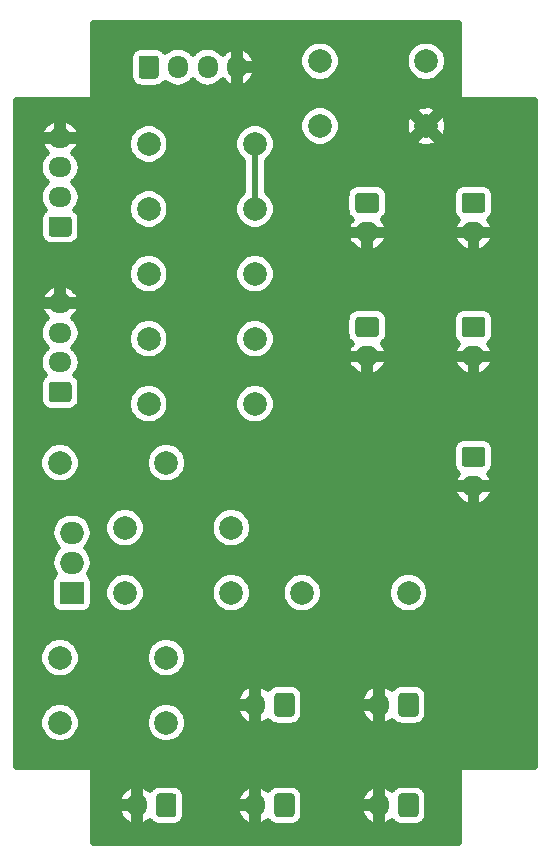
<source format=gbr>
%TF.GenerationSoftware,KiCad,Pcbnew,(5.1.10)-1*%
%TF.CreationDate,2021-08-08T08:57:35+01:00*%
%TF.ProjectId,ir_sensor,69725f73-656e-4736-9f72-2e6b69636164,rev?*%
%TF.SameCoordinates,Original*%
%TF.FileFunction,Copper,L2,Bot*%
%TF.FilePolarity,Positive*%
%FSLAX46Y46*%
G04 Gerber Fmt 4.6, Leading zero omitted, Abs format (unit mm)*
G04 Created by KiCad (PCBNEW (5.1.10)-1) date 2021-08-08 08:57:35*
%MOMM*%
%LPD*%
G01*
G04 APERTURE LIST*
%TA.AperFunction,ComponentPad*%
%ADD10C,2.000000*%
%TD*%
%TA.AperFunction,ComponentPad*%
%ADD11O,2.000000X1.905000*%
%TD*%
%TA.AperFunction,ComponentPad*%
%ADD12R,2.000000X1.905000*%
%TD*%
%TA.AperFunction,ComponentPad*%
%ADD13O,2.000000X1.700000*%
%TD*%
%TA.AperFunction,ComponentPad*%
%ADD14O,1.700000X2.000000*%
%TD*%
%TA.AperFunction,ComponentPad*%
%ADD15O,1.950000X1.700000*%
%TD*%
%TA.AperFunction,ComponentPad*%
%ADD16O,1.700000X1.950000*%
%TD*%
%TA.AperFunction,Conductor*%
%ADD17C,0.500000*%
%TD*%
%TA.AperFunction,Conductor*%
%ADD18C,0.100000*%
%TD*%
G04 APERTURE END LIST*
D10*
%TO.P,R13,2*%
%TO.N,d_4*%
X94000000Y-53000000D03*
%TO.P,R13,1*%
%TO.N,+3V3*%
X103000000Y-53000000D03*
%TD*%
%TO.P,R12,2*%
%TO.N,d_5*%
X94000000Y-58500000D03*
%TO.P,R12,1*%
%TO.N,+3V3*%
X103000000Y-58500000D03*
%TD*%
%TO.P,R11,2*%
%TO.N,d_2*%
X94000000Y-42000000D03*
%TO.P,R11,1*%
%TO.N,+3V3*%
X103000000Y-42000000D03*
%TD*%
%TO.P,R10,2*%
%TO.N,d_3*%
X94000000Y-47500000D03*
%TO.P,R10,1*%
%TO.N,+3V3*%
X103000000Y-47500000D03*
%TD*%
%TO.P,R9,2*%
%TO.N,GND*%
X117500000Y-35000000D03*
%TO.P,R9,1*%
%TO.N,+3V3*%
X108500000Y-35000000D03*
%TD*%
%TO.P,R8,2*%
%TO.N,+3V3*%
X117500000Y-29500000D03*
%TO.P,R8,1*%
%TO.N,+5V*%
X108500000Y-29500000D03*
%TD*%
%TO.P,R7,1*%
%TO.N,Vdrive*%
X107000000Y-74500000D03*
%TO.P,R7,2*%
%TO.N,Net-(J8-Pad1)*%
X116000000Y-74500000D03*
%TD*%
%TO.P,R6,1*%
%TO.N,Vdrive*%
X86500000Y-85500000D03*
%TO.P,R6,2*%
%TO.N,Net-(J7-Pad1)*%
X95500000Y-85500000D03*
%TD*%
%TO.P,R5,1*%
%TO.N,Vdrive*%
X92000000Y-74500000D03*
%TO.P,R5,2*%
%TO.N,Net-(J6-Pad1)*%
X101000000Y-74500000D03*
%TD*%
%TO.P,R4,2*%
%TO.N,Net-(Q1-Pad1)*%
X86500000Y-63500000D03*
%TO.P,R4,1*%
%TO.N,sw_led*%
X95500000Y-63500000D03*
%TD*%
%TO.P,R3,1*%
%TO.N,Vdrive*%
X86500000Y-80000000D03*
%TO.P,R3,2*%
%TO.N,Net-(J5-Pad1)*%
X95500000Y-80000000D03*
%TD*%
D11*
%TO.P,Q1,3*%
%TO.N,Vdrive*%
X87500000Y-69420000D03*
%TO.P,Q1,2*%
%TO.N,+5V*%
X87500000Y-71960000D03*
D12*
%TO.P,Q1,1*%
%TO.N,Net-(Q1-Pad1)*%
X87500000Y-74500000D03*
%TD*%
D13*
%TO.P,J13,2*%
%TO.N,GND*%
X112500000Y-54500000D03*
%TO.P,J13,1*%
%TO.N,d_3*%
%TA.AperFunction,ComponentPad*%
G36*
G01*
X111750000Y-51150000D02*
X113250000Y-51150000D01*
G75*
G02*
X113500000Y-51400000I0J-250000D01*
G01*
X113500000Y-52600000D01*
G75*
G02*
X113250000Y-52850000I-250000J0D01*
G01*
X111750000Y-52850000D01*
G75*
G02*
X111500000Y-52600000I0J250000D01*
G01*
X111500000Y-51400000D01*
G75*
G02*
X111750000Y-51150000I250000J0D01*
G01*
G37*
%TD.AperFunction*%
%TD*%
%TO.P,J12,2*%
%TO.N,GND*%
X121500000Y-65500000D03*
%TO.P,J12,1*%
%TO.N,d_5*%
%TA.AperFunction,ComponentPad*%
G36*
G01*
X120750000Y-62150000D02*
X122250000Y-62150000D01*
G75*
G02*
X122500000Y-62400000I0J-250000D01*
G01*
X122500000Y-63600000D01*
G75*
G02*
X122250000Y-63850000I-250000J0D01*
G01*
X120750000Y-63850000D01*
G75*
G02*
X120500000Y-63600000I0J250000D01*
G01*
X120500000Y-62400000D01*
G75*
G02*
X120750000Y-62150000I250000J0D01*
G01*
G37*
%TD.AperFunction*%
%TD*%
%TO.P,J11,2*%
%TO.N,GND*%
X121500000Y-44000000D03*
%TO.P,J11,1*%
%TO.N,d_2*%
%TA.AperFunction,ComponentPad*%
G36*
G01*
X120750000Y-40650000D02*
X122250000Y-40650000D01*
G75*
G02*
X122500000Y-40900000I0J-250000D01*
G01*
X122500000Y-42100000D01*
G75*
G02*
X122250000Y-42350000I-250000J0D01*
G01*
X120750000Y-42350000D01*
G75*
G02*
X120500000Y-42100000I0J250000D01*
G01*
X120500000Y-40900000D01*
G75*
G02*
X120750000Y-40650000I250000J0D01*
G01*
G37*
%TD.AperFunction*%
%TD*%
%TO.P,J10,2*%
%TO.N,GND*%
X121500000Y-54500000D03*
%TO.P,J10,1*%
%TO.N,d_4*%
%TA.AperFunction,ComponentPad*%
G36*
G01*
X120750000Y-51150000D02*
X122250000Y-51150000D01*
G75*
G02*
X122500000Y-51400000I0J-250000D01*
G01*
X122500000Y-52600000D01*
G75*
G02*
X122250000Y-52850000I-250000J0D01*
G01*
X120750000Y-52850000D01*
G75*
G02*
X120500000Y-52600000I0J250000D01*
G01*
X120500000Y-51400000D01*
G75*
G02*
X120750000Y-51150000I250000J0D01*
G01*
G37*
%TD.AperFunction*%
%TD*%
%TO.P,J9,2*%
%TO.N,GND*%
X112500000Y-44000000D03*
%TO.P,J9,1*%
%TO.N,d_1*%
%TA.AperFunction,ComponentPad*%
G36*
G01*
X111750000Y-40650000D02*
X113250000Y-40650000D01*
G75*
G02*
X113500000Y-40900000I0J-250000D01*
G01*
X113500000Y-42100000D01*
G75*
G02*
X113250000Y-42350000I-250000J0D01*
G01*
X111750000Y-42350000D01*
G75*
G02*
X111500000Y-42100000I0J250000D01*
G01*
X111500000Y-40900000D01*
G75*
G02*
X111750000Y-40650000I250000J0D01*
G01*
G37*
%TD.AperFunction*%
%TD*%
D14*
%TO.P,J8,2*%
%TO.N,GND*%
X113500000Y-84000000D03*
%TO.P,J8,1*%
%TO.N,Net-(J8-Pad1)*%
%TA.AperFunction,ComponentPad*%
G36*
G01*
X116850000Y-83250000D02*
X116850000Y-84750000D01*
G75*
G02*
X116600000Y-85000000I-250000J0D01*
G01*
X115400000Y-85000000D01*
G75*
G02*
X115150000Y-84750000I0J250000D01*
G01*
X115150000Y-83250000D01*
G75*
G02*
X115400000Y-83000000I250000J0D01*
G01*
X116600000Y-83000000D01*
G75*
G02*
X116850000Y-83250000I0J-250000D01*
G01*
G37*
%TD.AperFunction*%
%TD*%
%TO.P,J7,2*%
%TO.N,GND*%
X103000000Y-92500000D03*
%TO.P,J7,1*%
%TO.N,Net-(J7-Pad1)*%
%TA.AperFunction,ComponentPad*%
G36*
G01*
X106350000Y-91750000D02*
X106350000Y-93250000D01*
G75*
G02*
X106100000Y-93500000I-250000J0D01*
G01*
X104900000Y-93500000D01*
G75*
G02*
X104650000Y-93250000I0J250000D01*
G01*
X104650000Y-91750000D01*
G75*
G02*
X104900000Y-91500000I250000J0D01*
G01*
X106100000Y-91500000D01*
G75*
G02*
X106350000Y-91750000I0J-250000D01*
G01*
G37*
%TD.AperFunction*%
%TD*%
%TO.P,J6,2*%
%TO.N,GND*%
X113500000Y-92500000D03*
%TO.P,J6,1*%
%TO.N,Net-(J6-Pad1)*%
%TA.AperFunction,ComponentPad*%
G36*
G01*
X116850000Y-91750000D02*
X116850000Y-93250000D01*
G75*
G02*
X116600000Y-93500000I-250000J0D01*
G01*
X115400000Y-93500000D01*
G75*
G02*
X115150000Y-93250000I0J250000D01*
G01*
X115150000Y-91750000D01*
G75*
G02*
X115400000Y-91500000I250000J0D01*
G01*
X116600000Y-91500000D01*
G75*
G02*
X116850000Y-91750000I0J-250000D01*
G01*
G37*
%TD.AperFunction*%
%TD*%
%TO.P,J5,2*%
%TO.N,GND*%
X93000000Y-92500000D03*
%TO.P,J5,1*%
%TO.N,Net-(J5-Pad1)*%
%TA.AperFunction,ComponentPad*%
G36*
G01*
X96350000Y-91750000D02*
X96350000Y-93250000D01*
G75*
G02*
X96100000Y-93500000I-250000J0D01*
G01*
X94900000Y-93500000D01*
G75*
G02*
X94650000Y-93250000I0J250000D01*
G01*
X94650000Y-91750000D01*
G75*
G02*
X94900000Y-91500000I250000J0D01*
G01*
X96100000Y-91500000D01*
G75*
G02*
X96350000Y-91750000I0J-250000D01*
G01*
G37*
%TD.AperFunction*%
%TD*%
%TO.P,J4,2*%
%TO.N,GND*%
X103000000Y-84000000D03*
%TO.P,J4,1*%
%TO.N,Net-(J4-Pad1)*%
%TA.AperFunction,ComponentPad*%
G36*
G01*
X106350000Y-83250000D02*
X106350000Y-84750000D01*
G75*
G02*
X106100000Y-85000000I-250000J0D01*
G01*
X104900000Y-85000000D01*
G75*
G02*
X104650000Y-84750000I0J250000D01*
G01*
X104650000Y-83250000D01*
G75*
G02*
X104900000Y-83000000I250000J0D01*
G01*
X106100000Y-83000000D01*
G75*
G02*
X106350000Y-83250000I0J-250000D01*
G01*
G37*
%TD.AperFunction*%
%TD*%
D15*
%TO.P,J3,4*%
%TO.N,GND*%
X86500000Y-50000000D03*
%TO.P,J3,3*%
%TO.N,+5V*%
X86500000Y-52500000D03*
%TO.P,J3,2*%
%TO.N,d_5*%
X86500000Y-55000000D03*
%TO.P,J3,1*%
%TO.N,sw_led*%
%TA.AperFunction,ComponentPad*%
G36*
G01*
X87225000Y-58350000D02*
X85775000Y-58350000D01*
G75*
G02*
X85525000Y-58100000I0J250000D01*
G01*
X85525000Y-56900000D01*
G75*
G02*
X85775000Y-56650000I250000J0D01*
G01*
X87225000Y-56650000D01*
G75*
G02*
X87475000Y-56900000I0J-250000D01*
G01*
X87475000Y-58100000D01*
G75*
G02*
X87225000Y-58350000I-250000J0D01*
G01*
G37*
%TD.AperFunction*%
%TD*%
%TO.P,J2,4*%
%TO.N,GND*%
X86500000Y-36000000D03*
%TO.P,J2,3*%
%TO.N,+5V*%
X86500000Y-38500000D03*
%TO.P,J2,2*%
%TO.N,d_3*%
X86500000Y-41000000D03*
%TO.P,J2,1*%
%TO.N,d_4*%
%TA.AperFunction,ComponentPad*%
G36*
G01*
X87225000Y-44350000D02*
X85775000Y-44350000D01*
G75*
G02*
X85525000Y-44100000I0J250000D01*
G01*
X85525000Y-42900000D01*
G75*
G02*
X85775000Y-42650000I250000J0D01*
G01*
X87225000Y-42650000D01*
G75*
G02*
X87475000Y-42900000I0J-250000D01*
G01*
X87475000Y-44100000D01*
G75*
G02*
X87225000Y-44350000I-250000J0D01*
G01*
G37*
%TD.AperFunction*%
%TD*%
D10*
%TO.P,R2,2*%
%TO.N,d_1*%
X94000000Y-36500000D03*
%TO.P,R2,1*%
%TO.N,+3V3*%
X103000000Y-36500000D03*
%TD*%
%TO.P,R1,1*%
%TO.N,Vdrive*%
X92000000Y-69000000D03*
%TO.P,R1,2*%
%TO.N,Net-(J4-Pad1)*%
X101000000Y-69000000D03*
%TD*%
D16*
%TO.P,J1,4*%
%TO.N,GND*%
X101500000Y-30000000D03*
%TO.P,J1,3*%
%TO.N,+5V*%
X99000000Y-30000000D03*
%TO.P,J1,2*%
%TO.N,d_1*%
X96500000Y-30000000D03*
%TO.P,J1,1*%
%TO.N,d_2*%
%TA.AperFunction,ComponentPad*%
G36*
G01*
X93150000Y-30725000D02*
X93150000Y-29275000D01*
G75*
G02*
X93400000Y-29025000I250000J0D01*
G01*
X94600000Y-29025000D01*
G75*
G02*
X94850000Y-29275000I0J-250000D01*
G01*
X94850000Y-30725000D01*
G75*
G02*
X94600000Y-30975000I-250000J0D01*
G01*
X93400000Y-30975000D01*
G75*
G02*
X93150000Y-30725000I0J250000D01*
G01*
G37*
%TD.AperFunction*%
%TD*%
D17*
%TO.N,+3V3*%
X103000000Y-36500000D02*
X103000000Y-42000000D01*
%TD*%
%TO.N,GND*%
X120250000Y-32500000D02*
X120254804Y-32548773D01*
X120269030Y-32595671D01*
X120292133Y-32638893D01*
X120323223Y-32676777D01*
X120361107Y-32707867D01*
X120404329Y-32730970D01*
X120451227Y-32745196D01*
X120500000Y-32750000D01*
X126725000Y-32750000D01*
X126725001Y-89250000D01*
X120500000Y-89250000D01*
X120451227Y-89254804D01*
X120404329Y-89269030D01*
X120361107Y-89292133D01*
X120323223Y-89323223D01*
X120292133Y-89361107D01*
X120269030Y-89404329D01*
X120254804Y-89451227D01*
X120250000Y-89500000D01*
X120250000Y-95725000D01*
X89250000Y-95725000D01*
X89250000Y-92997839D01*
X91443074Y-92997839D01*
X91540850Y-93294897D01*
X91694700Y-93567172D01*
X91898712Y-93804200D01*
X92145046Y-93996873D01*
X92424236Y-94137786D01*
X92505857Y-94171783D01*
X92750000Y-94040200D01*
X92750000Y-92750000D01*
X91595328Y-92750000D01*
X91443074Y-92997839D01*
X89250000Y-92997839D01*
X89250000Y-92002161D01*
X91443074Y-92002161D01*
X91595328Y-92250000D01*
X92750000Y-92250000D01*
X92750000Y-90959800D01*
X93250000Y-90959800D01*
X93250000Y-92250000D01*
X93270000Y-92250000D01*
X93270000Y-92750000D01*
X93250000Y-92750000D01*
X93250000Y-94040200D01*
X93494143Y-94171783D01*
X93575764Y-94137786D01*
X93854954Y-93996873D01*
X94077807Y-93822566D01*
X94190328Y-93959672D01*
X94342414Y-94084486D01*
X94515928Y-94177231D01*
X94704202Y-94234344D01*
X94900000Y-94253628D01*
X96100000Y-94253628D01*
X96295798Y-94234344D01*
X96484072Y-94177231D01*
X96657586Y-94084486D01*
X96809672Y-93959672D01*
X96934486Y-93807586D01*
X97027231Y-93634072D01*
X97084344Y-93445798D01*
X97103628Y-93250000D01*
X97103628Y-92997839D01*
X101443074Y-92997839D01*
X101540850Y-93294897D01*
X101694700Y-93567172D01*
X101898712Y-93804200D01*
X102145046Y-93996873D01*
X102424236Y-94137786D01*
X102505857Y-94171783D01*
X102750000Y-94040200D01*
X102750000Y-92750000D01*
X101595328Y-92750000D01*
X101443074Y-92997839D01*
X97103628Y-92997839D01*
X97103628Y-92002161D01*
X101443074Y-92002161D01*
X101595328Y-92250000D01*
X102750000Y-92250000D01*
X102750000Y-90959800D01*
X103250000Y-90959800D01*
X103250000Y-92250000D01*
X103270000Y-92250000D01*
X103270000Y-92750000D01*
X103250000Y-92750000D01*
X103250000Y-94040200D01*
X103494143Y-94171783D01*
X103575764Y-94137786D01*
X103854954Y-93996873D01*
X104077807Y-93822566D01*
X104190328Y-93959672D01*
X104342414Y-94084486D01*
X104515928Y-94177231D01*
X104704202Y-94234344D01*
X104900000Y-94253628D01*
X106100000Y-94253628D01*
X106295798Y-94234344D01*
X106484072Y-94177231D01*
X106657586Y-94084486D01*
X106809672Y-93959672D01*
X106934486Y-93807586D01*
X107027231Y-93634072D01*
X107084344Y-93445798D01*
X107103628Y-93250000D01*
X107103628Y-92997839D01*
X111943074Y-92997839D01*
X112040850Y-93294897D01*
X112194700Y-93567172D01*
X112398712Y-93804200D01*
X112645046Y-93996873D01*
X112924236Y-94137786D01*
X113005857Y-94171783D01*
X113250000Y-94040200D01*
X113250000Y-92750000D01*
X112095328Y-92750000D01*
X111943074Y-92997839D01*
X107103628Y-92997839D01*
X107103628Y-92002161D01*
X111943074Y-92002161D01*
X112095328Y-92250000D01*
X113250000Y-92250000D01*
X113250000Y-90959800D01*
X113750000Y-90959800D01*
X113750000Y-92250000D01*
X113770000Y-92250000D01*
X113770000Y-92750000D01*
X113750000Y-92750000D01*
X113750000Y-94040200D01*
X113994143Y-94171783D01*
X114075764Y-94137786D01*
X114354954Y-93996873D01*
X114577807Y-93822566D01*
X114690328Y-93959672D01*
X114842414Y-94084486D01*
X115015928Y-94177231D01*
X115204202Y-94234344D01*
X115400000Y-94253628D01*
X116600000Y-94253628D01*
X116795798Y-94234344D01*
X116984072Y-94177231D01*
X117157586Y-94084486D01*
X117309672Y-93959672D01*
X117434486Y-93807586D01*
X117527231Y-93634072D01*
X117584344Y-93445798D01*
X117603628Y-93250000D01*
X117603628Y-91750000D01*
X117584344Y-91554202D01*
X117527231Y-91365928D01*
X117434486Y-91192414D01*
X117309672Y-91040328D01*
X117157586Y-90915514D01*
X116984072Y-90822769D01*
X116795798Y-90765656D01*
X116600000Y-90746372D01*
X115400000Y-90746372D01*
X115204202Y-90765656D01*
X115015928Y-90822769D01*
X114842414Y-90915514D01*
X114690328Y-91040328D01*
X114577807Y-91177434D01*
X114354954Y-91003127D01*
X114075764Y-90862214D01*
X113994143Y-90828217D01*
X113750000Y-90959800D01*
X113250000Y-90959800D01*
X113005857Y-90828217D01*
X112924236Y-90862214D01*
X112645046Y-91003127D01*
X112398712Y-91195800D01*
X112194700Y-91432828D01*
X112040850Y-91705103D01*
X111943074Y-92002161D01*
X107103628Y-92002161D01*
X107103628Y-91750000D01*
X107084344Y-91554202D01*
X107027231Y-91365928D01*
X106934486Y-91192414D01*
X106809672Y-91040328D01*
X106657586Y-90915514D01*
X106484072Y-90822769D01*
X106295798Y-90765656D01*
X106100000Y-90746372D01*
X104900000Y-90746372D01*
X104704202Y-90765656D01*
X104515928Y-90822769D01*
X104342414Y-90915514D01*
X104190328Y-91040328D01*
X104077807Y-91177434D01*
X103854954Y-91003127D01*
X103575764Y-90862214D01*
X103494143Y-90828217D01*
X103250000Y-90959800D01*
X102750000Y-90959800D01*
X102505857Y-90828217D01*
X102424236Y-90862214D01*
X102145046Y-91003127D01*
X101898712Y-91195800D01*
X101694700Y-91432828D01*
X101540850Y-91705103D01*
X101443074Y-92002161D01*
X97103628Y-92002161D01*
X97103628Y-91750000D01*
X97084344Y-91554202D01*
X97027231Y-91365928D01*
X96934486Y-91192414D01*
X96809672Y-91040328D01*
X96657586Y-90915514D01*
X96484072Y-90822769D01*
X96295798Y-90765656D01*
X96100000Y-90746372D01*
X94900000Y-90746372D01*
X94704202Y-90765656D01*
X94515928Y-90822769D01*
X94342414Y-90915514D01*
X94190328Y-91040328D01*
X94077807Y-91177434D01*
X93854954Y-91003127D01*
X93575764Y-90862214D01*
X93494143Y-90828217D01*
X93250000Y-90959800D01*
X92750000Y-90959800D01*
X92505857Y-90828217D01*
X92424236Y-90862214D01*
X92145046Y-91003127D01*
X91898712Y-91195800D01*
X91694700Y-91432828D01*
X91540850Y-91705103D01*
X91443074Y-92002161D01*
X89250000Y-92002161D01*
X89250000Y-89500000D01*
X89245196Y-89451227D01*
X89230970Y-89404329D01*
X89207867Y-89361107D01*
X89176777Y-89323223D01*
X89138893Y-89292133D01*
X89095671Y-89269030D01*
X89048773Y-89254804D01*
X89000000Y-89250000D01*
X82775000Y-89250000D01*
X82775000Y-85327640D01*
X84750000Y-85327640D01*
X84750000Y-85672360D01*
X84817251Y-86010456D01*
X84949170Y-86328936D01*
X85140686Y-86615560D01*
X85384440Y-86859314D01*
X85671064Y-87050830D01*
X85989544Y-87182749D01*
X86327640Y-87250000D01*
X86672360Y-87250000D01*
X87010456Y-87182749D01*
X87328936Y-87050830D01*
X87615560Y-86859314D01*
X87859314Y-86615560D01*
X88050830Y-86328936D01*
X88182749Y-86010456D01*
X88250000Y-85672360D01*
X88250000Y-85327640D01*
X93750000Y-85327640D01*
X93750000Y-85672360D01*
X93817251Y-86010456D01*
X93949170Y-86328936D01*
X94140686Y-86615560D01*
X94384440Y-86859314D01*
X94671064Y-87050830D01*
X94989544Y-87182749D01*
X95327640Y-87250000D01*
X95672360Y-87250000D01*
X96010456Y-87182749D01*
X96328936Y-87050830D01*
X96615560Y-86859314D01*
X96859314Y-86615560D01*
X97050830Y-86328936D01*
X97182749Y-86010456D01*
X97250000Y-85672360D01*
X97250000Y-85327640D01*
X97182749Y-84989544D01*
X97050830Y-84671064D01*
X96935085Y-84497839D01*
X101443074Y-84497839D01*
X101540850Y-84794897D01*
X101694700Y-85067172D01*
X101898712Y-85304200D01*
X102145046Y-85496873D01*
X102424236Y-85637786D01*
X102505857Y-85671783D01*
X102750000Y-85540200D01*
X102750000Y-84250000D01*
X101595328Y-84250000D01*
X101443074Y-84497839D01*
X96935085Y-84497839D01*
X96859314Y-84384440D01*
X96615560Y-84140686D01*
X96328936Y-83949170D01*
X96010456Y-83817251D01*
X95672360Y-83750000D01*
X95327640Y-83750000D01*
X94989544Y-83817251D01*
X94671064Y-83949170D01*
X94384440Y-84140686D01*
X94140686Y-84384440D01*
X93949170Y-84671064D01*
X93817251Y-84989544D01*
X93750000Y-85327640D01*
X88250000Y-85327640D01*
X88182749Y-84989544D01*
X88050830Y-84671064D01*
X87859314Y-84384440D01*
X87615560Y-84140686D01*
X87328936Y-83949170D01*
X87010456Y-83817251D01*
X86672360Y-83750000D01*
X86327640Y-83750000D01*
X85989544Y-83817251D01*
X85671064Y-83949170D01*
X85384440Y-84140686D01*
X85140686Y-84384440D01*
X84949170Y-84671064D01*
X84817251Y-84989544D01*
X84750000Y-85327640D01*
X82775000Y-85327640D01*
X82775000Y-83502161D01*
X101443074Y-83502161D01*
X101595328Y-83750000D01*
X102750000Y-83750000D01*
X102750000Y-82459800D01*
X103250000Y-82459800D01*
X103250000Y-83750000D01*
X103270000Y-83750000D01*
X103270000Y-84250000D01*
X103250000Y-84250000D01*
X103250000Y-85540200D01*
X103494143Y-85671783D01*
X103575764Y-85637786D01*
X103854954Y-85496873D01*
X104077807Y-85322566D01*
X104190328Y-85459672D01*
X104342414Y-85584486D01*
X104515928Y-85677231D01*
X104704202Y-85734344D01*
X104900000Y-85753628D01*
X106100000Y-85753628D01*
X106295798Y-85734344D01*
X106484072Y-85677231D01*
X106657586Y-85584486D01*
X106809672Y-85459672D01*
X106934486Y-85307586D01*
X107027231Y-85134072D01*
X107084344Y-84945798D01*
X107103628Y-84750000D01*
X107103628Y-84497839D01*
X111943074Y-84497839D01*
X112040850Y-84794897D01*
X112194700Y-85067172D01*
X112398712Y-85304200D01*
X112645046Y-85496873D01*
X112924236Y-85637786D01*
X113005857Y-85671783D01*
X113250000Y-85540200D01*
X113250000Y-84250000D01*
X112095328Y-84250000D01*
X111943074Y-84497839D01*
X107103628Y-84497839D01*
X107103628Y-83502161D01*
X111943074Y-83502161D01*
X112095328Y-83750000D01*
X113250000Y-83750000D01*
X113250000Y-82459800D01*
X113750000Y-82459800D01*
X113750000Y-83750000D01*
X113770000Y-83750000D01*
X113770000Y-84250000D01*
X113750000Y-84250000D01*
X113750000Y-85540200D01*
X113994143Y-85671783D01*
X114075764Y-85637786D01*
X114354954Y-85496873D01*
X114577807Y-85322566D01*
X114690328Y-85459672D01*
X114842414Y-85584486D01*
X115015928Y-85677231D01*
X115204202Y-85734344D01*
X115400000Y-85753628D01*
X116600000Y-85753628D01*
X116795798Y-85734344D01*
X116984072Y-85677231D01*
X117157586Y-85584486D01*
X117309672Y-85459672D01*
X117434486Y-85307586D01*
X117527231Y-85134072D01*
X117584344Y-84945798D01*
X117603628Y-84750000D01*
X117603628Y-83250000D01*
X117584344Y-83054202D01*
X117527231Y-82865928D01*
X117434486Y-82692414D01*
X117309672Y-82540328D01*
X117157586Y-82415514D01*
X116984072Y-82322769D01*
X116795798Y-82265656D01*
X116600000Y-82246372D01*
X115400000Y-82246372D01*
X115204202Y-82265656D01*
X115015928Y-82322769D01*
X114842414Y-82415514D01*
X114690328Y-82540328D01*
X114577807Y-82677434D01*
X114354954Y-82503127D01*
X114075764Y-82362214D01*
X113994143Y-82328217D01*
X113750000Y-82459800D01*
X113250000Y-82459800D01*
X113005857Y-82328217D01*
X112924236Y-82362214D01*
X112645046Y-82503127D01*
X112398712Y-82695800D01*
X112194700Y-82932828D01*
X112040850Y-83205103D01*
X111943074Y-83502161D01*
X107103628Y-83502161D01*
X107103628Y-83250000D01*
X107084344Y-83054202D01*
X107027231Y-82865928D01*
X106934486Y-82692414D01*
X106809672Y-82540328D01*
X106657586Y-82415514D01*
X106484072Y-82322769D01*
X106295798Y-82265656D01*
X106100000Y-82246372D01*
X104900000Y-82246372D01*
X104704202Y-82265656D01*
X104515928Y-82322769D01*
X104342414Y-82415514D01*
X104190328Y-82540328D01*
X104077807Y-82677434D01*
X103854954Y-82503127D01*
X103575764Y-82362214D01*
X103494143Y-82328217D01*
X103250000Y-82459800D01*
X102750000Y-82459800D01*
X102505857Y-82328217D01*
X102424236Y-82362214D01*
X102145046Y-82503127D01*
X101898712Y-82695800D01*
X101694700Y-82932828D01*
X101540850Y-83205103D01*
X101443074Y-83502161D01*
X82775000Y-83502161D01*
X82775000Y-79827640D01*
X84750000Y-79827640D01*
X84750000Y-80172360D01*
X84817251Y-80510456D01*
X84949170Y-80828936D01*
X85140686Y-81115560D01*
X85384440Y-81359314D01*
X85671064Y-81550830D01*
X85989544Y-81682749D01*
X86327640Y-81750000D01*
X86672360Y-81750000D01*
X87010456Y-81682749D01*
X87328936Y-81550830D01*
X87615560Y-81359314D01*
X87859314Y-81115560D01*
X88050830Y-80828936D01*
X88182749Y-80510456D01*
X88250000Y-80172360D01*
X88250000Y-79827640D01*
X93750000Y-79827640D01*
X93750000Y-80172360D01*
X93817251Y-80510456D01*
X93949170Y-80828936D01*
X94140686Y-81115560D01*
X94384440Y-81359314D01*
X94671064Y-81550830D01*
X94989544Y-81682749D01*
X95327640Y-81750000D01*
X95672360Y-81750000D01*
X96010456Y-81682749D01*
X96328936Y-81550830D01*
X96615560Y-81359314D01*
X96859314Y-81115560D01*
X97050830Y-80828936D01*
X97182749Y-80510456D01*
X97250000Y-80172360D01*
X97250000Y-79827640D01*
X97182749Y-79489544D01*
X97050830Y-79171064D01*
X96859314Y-78884440D01*
X96615560Y-78640686D01*
X96328936Y-78449170D01*
X96010456Y-78317251D01*
X95672360Y-78250000D01*
X95327640Y-78250000D01*
X94989544Y-78317251D01*
X94671064Y-78449170D01*
X94384440Y-78640686D01*
X94140686Y-78884440D01*
X93949170Y-79171064D01*
X93817251Y-79489544D01*
X93750000Y-79827640D01*
X88250000Y-79827640D01*
X88182749Y-79489544D01*
X88050830Y-79171064D01*
X87859314Y-78884440D01*
X87615560Y-78640686D01*
X87328936Y-78449170D01*
X87010456Y-78317251D01*
X86672360Y-78250000D01*
X86327640Y-78250000D01*
X85989544Y-78317251D01*
X85671064Y-78449170D01*
X85384440Y-78640686D01*
X85140686Y-78884440D01*
X84949170Y-79171064D01*
X84817251Y-79489544D01*
X84750000Y-79827640D01*
X82775000Y-79827640D01*
X82775000Y-69420000D01*
X85741763Y-69420000D01*
X85774634Y-69753748D01*
X85871985Y-70074671D01*
X86030074Y-70370435D01*
X86242826Y-70629674D01*
X86316333Y-70690000D01*
X86242826Y-70750326D01*
X86030074Y-71009565D01*
X85871985Y-71305329D01*
X85774634Y-71626252D01*
X85741763Y-71960000D01*
X85774634Y-72293748D01*
X85871985Y-72614671D01*
X86030074Y-72910435D01*
X86055816Y-72941801D01*
X85967105Y-73014605D01*
X85873381Y-73128807D01*
X85803739Y-73259099D01*
X85760853Y-73400474D01*
X85746372Y-73547500D01*
X85746372Y-75452500D01*
X85760853Y-75599526D01*
X85803739Y-75740901D01*
X85873381Y-75871193D01*
X85967105Y-75985395D01*
X86081307Y-76079119D01*
X86211599Y-76148761D01*
X86352974Y-76191647D01*
X86500000Y-76206128D01*
X88500000Y-76206128D01*
X88647026Y-76191647D01*
X88788401Y-76148761D01*
X88918693Y-76079119D01*
X89032895Y-75985395D01*
X89126619Y-75871193D01*
X89196261Y-75740901D01*
X89239147Y-75599526D01*
X89253628Y-75452500D01*
X89253628Y-74327640D01*
X90250000Y-74327640D01*
X90250000Y-74672360D01*
X90317251Y-75010456D01*
X90449170Y-75328936D01*
X90640686Y-75615560D01*
X90884440Y-75859314D01*
X91171064Y-76050830D01*
X91489544Y-76182749D01*
X91827640Y-76250000D01*
X92172360Y-76250000D01*
X92510456Y-76182749D01*
X92828936Y-76050830D01*
X93115560Y-75859314D01*
X93359314Y-75615560D01*
X93550830Y-75328936D01*
X93682749Y-75010456D01*
X93750000Y-74672360D01*
X93750000Y-74327640D01*
X99250000Y-74327640D01*
X99250000Y-74672360D01*
X99317251Y-75010456D01*
X99449170Y-75328936D01*
X99640686Y-75615560D01*
X99884440Y-75859314D01*
X100171064Y-76050830D01*
X100489544Y-76182749D01*
X100827640Y-76250000D01*
X101172360Y-76250000D01*
X101510456Y-76182749D01*
X101828936Y-76050830D01*
X102115560Y-75859314D01*
X102359314Y-75615560D01*
X102550830Y-75328936D01*
X102682749Y-75010456D01*
X102750000Y-74672360D01*
X102750000Y-74327640D01*
X105250000Y-74327640D01*
X105250000Y-74672360D01*
X105317251Y-75010456D01*
X105449170Y-75328936D01*
X105640686Y-75615560D01*
X105884440Y-75859314D01*
X106171064Y-76050830D01*
X106489544Y-76182749D01*
X106827640Y-76250000D01*
X107172360Y-76250000D01*
X107510456Y-76182749D01*
X107828936Y-76050830D01*
X108115560Y-75859314D01*
X108359314Y-75615560D01*
X108550830Y-75328936D01*
X108682749Y-75010456D01*
X108750000Y-74672360D01*
X108750000Y-74327640D01*
X114250000Y-74327640D01*
X114250000Y-74672360D01*
X114317251Y-75010456D01*
X114449170Y-75328936D01*
X114640686Y-75615560D01*
X114884440Y-75859314D01*
X115171064Y-76050830D01*
X115489544Y-76182749D01*
X115827640Y-76250000D01*
X116172360Y-76250000D01*
X116510456Y-76182749D01*
X116828936Y-76050830D01*
X117115560Y-75859314D01*
X117359314Y-75615560D01*
X117550830Y-75328936D01*
X117682749Y-75010456D01*
X117750000Y-74672360D01*
X117750000Y-74327640D01*
X117682749Y-73989544D01*
X117550830Y-73671064D01*
X117359314Y-73384440D01*
X117115560Y-73140686D01*
X116828936Y-72949170D01*
X116510456Y-72817251D01*
X116172360Y-72750000D01*
X115827640Y-72750000D01*
X115489544Y-72817251D01*
X115171064Y-72949170D01*
X114884440Y-73140686D01*
X114640686Y-73384440D01*
X114449170Y-73671064D01*
X114317251Y-73989544D01*
X114250000Y-74327640D01*
X108750000Y-74327640D01*
X108682749Y-73989544D01*
X108550830Y-73671064D01*
X108359314Y-73384440D01*
X108115560Y-73140686D01*
X107828936Y-72949170D01*
X107510456Y-72817251D01*
X107172360Y-72750000D01*
X106827640Y-72750000D01*
X106489544Y-72817251D01*
X106171064Y-72949170D01*
X105884440Y-73140686D01*
X105640686Y-73384440D01*
X105449170Y-73671064D01*
X105317251Y-73989544D01*
X105250000Y-74327640D01*
X102750000Y-74327640D01*
X102682749Y-73989544D01*
X102550830Y-73671064D01*
X102359314Y-73384440D01*
X102115560Y-73140686D01*
X101828936Y-72949170D01*
X101510456Y-72817251D01*
X101172360Y-72750000D01*
X100827640Y-72750000D01*
X100489544Y-72817251D01*
X100171064Y-72949170D01*
X99884440Y-73140686D01*
X99640686Y-73384440D01*
X99449170Y-73671064D01*
X99317251Y-73989544D01*
X99250000Y-74327640D01*
X93750000Y-74327640D01*
X93682749Y-73989544D01*
X93550830Y-73671064D01*
X93359314Y-73384440D01*
X93115560Y-73140686D01*
X92828936Y-72949170D01*
X92510456Y-72817251D01*
X92172360Y-72750000D01*
X91827640Y-72750000D01*
X91489544Y-72817251D01*
X91171064Y-72949170D01*
X90884440Y-73140686D01*
X90640686Y-73384440D01*
X90449170Y-73671064D01*
X90317251Y-73989544D01*
X90250000Y-74327640D01*
X89253628Y-74327640D01*
X89253628Y-73547500D01*
X89239147Y-73400474D01*
X89196261Y-73259099D01*
X89126619Y-73128807D01*
X89032895Y-73014605D01*
X88944184Y-72941801D01*
X88969926Y-72910435D01*
X89128015Y-72614671D01*
X89225366Y-72293748D01*
X89258237Y-71960000D01*
X89225366Y-71626252D01*
X89128015Y-71305329D01*
X88969926Y-71009565D01*
X88757174Y-70750326D01*
X88683667Y-70690000D01*
X88757174Y-70629674D01*
X88969926Y-70370435D01*
X89128015Y-70074671D01*
X89225366Y-69753748D01*
X89258237Y-69420000D01*
X89225366Y-69086252D01*
X89146917Y-68827640D01*
X90250000Y-68827640D01*
X90250000Y-69172360D01*
X90317251Y-69510456D01*
X90449170Y-69828936D01*
X90640686Y-70115560D01*
X90884440Y-70359314D01*
X91171064Y-70550830D01*
X91489544Y-70682749D01*
X91827640Y-70750000D01*
X92172360Y-70750000D01*
X92510456Y-70682749D01*
X92828936Y-70550830D01*
X93115560Y-70359314D01*
X93359314Y-70115560D01*
X93550830Y-69828936D01*
X93682749Y-69510456D01*
X93750000Y-69172360D01*
X93750000Y-68827640D01*
X99250000Y-68827640D01*
X99250000Y-69172360D01*
X99317251Y-69510456D01*
X99449170Y-69828936D01*
X99640686Y-70115560D01*
X99884440Y-70359314D01*
X100171064Y-70550830D01*
X100489544Y-70682749D01*
X100827640Y-70750000D01*
X101172360Y-70750000D01*
X101510456Y-70682749D01*
X101828936Y-70550830D01*
X102115560Y-70359314D01*
X102359314Y-70115560D01*
X102550830Y-69828936D01*
X102682749Y-69510456D01*
X102750000Y-69172360D01*
X102750000Y-68827640D01*
X102682749Y-68489544D01*
X102550830Y-68171064D01*
X102359314Y-67884440D01*
X102115560Y-67640686D01*
X101828936Y-67449170D01*
X101510456Y-67317251D01*
X101172360Y-67250000D01*
X100827640Y-67250000D01*
X100489544Y-67317251D01*
X100171064Y-67449170D01*
X99884440Y-67640686D01*
X99640686Y-67884440D01*
X99449170Y-68171064D01*
X99317251Y-68489544D01*
X99250000Y-68827640D01*
X93750000Y-68827640D01*
X93682749Y-68489544D01*
X93550830Y-68171064D01*
X93359314Y-67884440D01*
X93115560Y-67640686D01*
X92828936Y-67449170D01*
X92510456Y-67317251D01*
X92172360Y-67250000D01*
X91827640Y-67250000D01*
X91489544Y-67317251D01*
X91171064Y-67449170D01*
X90884440Y-67640686D01*
X90640686Y-67884440D01*
X90449170Y-68171064D01*
X90317251Y-68489544D01*
X90250000Y-68827640D01*
X89146917Y-68827640D01*
X89128015Y-68765329D01*
X88969926Y-68469565D01*
X88757174Y-68210326D01*
X88497935Y-67997574D01*
X88202171Y-67839485D01*
X87881248Y-67742134D01*
X87631132Y-67717500D01*
X87368868Y-67717500D01*
X87118752Y-67742134D01*
X86797829Y-67839485D01*
X86502065Y-67997574D01*
X86242826Y-68210326D01*
X86030074Y-68469565D01*
X85871985Y-68765329D01*
X85774634Y-69086252D01*
X85741763Y-69420000D01*
X82775000Y-69420000D01*
X82775000Y-65994143D01*
X119828217Y-65994143D01*
X119862214Y-66075764D01*
X120003127Y-66354954D01*
X120195800Y-66601288D01*
X120432828Y-66805300D01*
X120705103Y-66959150D01*
X121002161Y-67056926D01*
X121250000Y-66904672D01*
X121250000Y-65750000D01*
X121750000Y-65750000D01*
X121750000Y-66904672D01*
X121997839Y-67056926D01*
X122294897Y-66959150D01*
X122567172Y-66805300D01*
X122804200Y-66601288D01*
X122996873Y-66354954D01*
X123137786Y-66075764D01*
X123171783Y-65994143D01*
X123040200Y-65750000D01*
X121750000Y-65750000D01*
X121250000Y-65750000D01*
X119959800Y-65750000D01*
X119828217Y-65994143D01*
X82775000Y-65994143D01*
X82775000Y-63327640D01*
X84750000Y-63327640D01*
X84750000Y-63672360D01*
X84817251Y-64010456D01*
X84949170Y-64328936D01*
X85140686Y-64615560D01*
X85384440Y-64859314D01*
X85671064Y-65050830D01*
X85989544Y-65182749D01*
X86327640Y-65250000D01*
X86672360Y-65250000D01*
X87010456Y-65182749D01*
X87328936Y-65050830D01*
X87615560Y-64859314D01*
X87859314Y-64615560D01*
X88050830Y-64328936D01*
X88182749Y-64010456D01*
X88250000Y-63672360D01*
X88250000Y-63327640D01*
X93750000Y-63327640D01*
X93750000Y-63672360D01*
X93817251Y-64010456D01*
X93949170Y-64328936D01*
X94140686Y-64615560D01*
X94384440Y-64859314D01*
X94671064Y-65050830D01*
X94989544Y-65182749D01*
X95327640Y-65250000D01*
X95672360Y-65250000D01*
X96010456Y-65182749D01*
X96328936Y-65050830D01*
X96615560Y-64859314D01*
X96859314Y-64615560D01*
X97050830Y-64328936D01*
X97182749Y-64010456D01*
X97250000Y-63672360D01*
X97250000Y-63327640D01*
X97182749Y-62989544D01*
X97050830Y-62671064D01*
X96869711Y-62400000D01*
X119746372Y-62400000D01*
X119746372Y-63600000D01*
X119765656Y-63795798D01*
X119822769Y-63984072D01*
X119915514Y-64157586D01*
X120040328Y-64309672D01*
X120177434Y-64422193D01*
X120003127Y-64645046D01*
X119862214Y-64924236D01*
X119828217Y-65005857D01*
X119959800Y-65250000D01*
X121250000Y-65250000D01*
X121250000Y-65230000D01*
X121750000Y-65230000D01*
X121750000Y-65250000D01*
X123040200Y-65250000D01*
X123171783Y-65005857D01*
X123137786Y-64924236D01*
X122996873Y-64645046D01*
X122822566Y-64422193D01*
X122959672Y-64309672D01*
X123084486Y-64157586D01*
X123177231Y-63984072D01*
X123234344Y-63795798D01*
X123253628Y-63600000D01*
X123253628Y-62400000D01*
X123234344Y-62204202D01*
X123177231Y-62015928D01*
X123084486Y-61842414D01*
X122959672Y-61690328D01*
X122807586Y-61565514D01*
X122634072Y-61472769D01*
X122445798Y-61415656D01*
X122250000Y-61396372D01*
X120750000Y-61396372D01*
X120554202Y-61415656D01*
X120365928Y-61472769D01*
X120192414Y-61565514D01*
X120040328Y-61690328D01*
X119915514Y-61842414D01*
X119822769Y-62015928D01*
X119765656Y-62204202D01*
X119746372Y-62400000D01*
X96869711Y-62400000D01*
X96859314Y-62384440D01*
X96615560Y-62140686D01*
X96328936Y-61949170D01*
X96010456Y-61817251D01*
X95672360Y-61750000D01*
X95327640Y-61750000D01*
X94989544Y-61817251D01*
X94671064Y-61949170D01*
X94384440Y-62140686D01*
X94140686Y-62384440D01*
X93949170Y-62671064D01*
X93817251Y-62989544D01*
X93750000Y-63327640D01*
X88250000Y-63327640D01*
X88182749Y-62989544D01*
X88050830Y-62671064D01*
X87859314Y-62384440D01*
X87615560Y-62140686D01*
X87328936Y-61949170D01*
X87010456Y-61817251D01*
X86672360Y-61750000D01*
X86327640Y-61750000D01*
X85989544Y-61817251D01*
X85671064Y-61949170D01*
X85384440Y-62140686D01*
X85140686Y-62384440D01*
X84949170Y-62671064D01*
X84817251Y-62989544D01*
X84750000Y-63327640D01*
X82775000Y-63327640D01*
X82775000Y-52500000D01*
X84767259Y-52500000D01*
X84798151Y-52813655D01*
X84889641Y-53115256D01*
X85038212Y-53393213D01*
X85238155Y-53636845D01*
X85376035Y-53750000D01*
X85238155Y-53863155D01*
X85038212Y-54106787D01*
X84889641Y-54384744D01*
X84798151Y-54686345D01*
X84767259Y-55000000D01*
X84798151Y-55313655D01*
X84889641Y-55615256D01*
X85038212Y-55893213D01*
X85194828Y-56084050D01*
X85065328Y-56190328D01*
X84940514Y-56342414D01*
X84847769Y-56515928D01*
X84790656Y-56704202D01*
X84771372Y-56900000D01*
X84771372Y-58100000D01*
X84790656Y-58295798D01*
X84847769Y-58484072D01*
X84940514Y-58657586D01*
X85065328Y-58809672D01*
X85217414Y-58934486D01*
X85390928Y-59027231D01*
X85579202Y-59084344D01*
X85775000Y-59103628D01*
X87225000Y-59103628D01*
X87420798Y-59084344D01*
X87609072Y-59027231D01*
X87782586Y-58934486D01*
X87934672Y-58809672D01*
X88059486Y-58657586D01*
X88152231Y-58484072D01*
X88199684Y-58327640D01*
X92250000Y-58327640D01*
X92250000Y-58672360D01*
X92317251Y-59010456D01*
X92449170Y-59328936D01*
X92640686Y-59615560D01*
X92884440Y-59859314D01*
X93171064Y-60050830D01*
X93489544Y-60182749D01*
X93827640Y-60250000D01*
X94172360Y-60250000D01*
X94510456Y-60182749D01*
X94828936Y-60050830D01*
X95115560Y-59859314D01*
X95359314Y-59615560D01*
X95550830Y-59328936D01*
X95682749Y-59010456D01*
X95750000Y-58672360D01*
X95750000Y-58327640D01*
X101250000Y-58327640D01*
X101250000Y-58672360D01*
X101317251Y-59010456D01*
X101449170Y-59328936D01*
X101640686Y-59615560D01*
X101884440Y-59859314D01*
X102171064Y-60050830D01*
X102489544Y-60182749D01*
X102827640Y-60250000D01*
X103172360Y-60250000D01*
X103510456Y-60182749D01*
X103828936Y-60050830D01*
X104115560Y-59859314D01*
X104359314Y-59615560D01*
X104550830Y-59328936D01*
X104682749Y-59010456D01*
X104750000Y-58672360D01*
X104750000Y-58327640D01*
X104682749Y-57989544D01*
X104550830Y-57671064D01*
X104359314Y-57384440D01*
X104115560Y-57140686D01*
X103828936Y-56949170D01*
X103510456Y-56817251D01*
X103172360Y-56750000D01*
X102827640Y-56750000D01*
X102489544Y-56817251D01*
X102171064Y-56949170D01*
X101884440Y-57140686D01*
X101640686Y-57384440D01*
X101449170Y-57671064D01*
X101317251Y-57989544D01*
X101250000Y-58327640D01*
X95750000Y-58327640D01*
X95682749Y-57989544D01*
X95550830Y-57671064D01*
X95359314Y-57384440D01*
X95115560Y-57140686D01*
X94828936Y-56949170D01*
X94510456Y-56817251D01*
X94172360Y-56750000D01*
X93827640Y-56750000D01*
X93489544Y-56817251D01*
X93171064Y-56949170D01*
X92884440Y-57140686D01*
X92640686Y-57384440D01*
X92449170Y-57671064D01*
X92317251Y-57989544D01*
X92250000Y-58327640D01*
X88199684Y-58327640D01*
X88209344Y-58295798D01*
X88228628Y-58100000D01*
X88228628Y-56900000D01*
X88209344Y-56704202D01*
X88152231Y-56515928D01*
X88059486Y-56342414D01*
X87934672Y-56190328D01*
X87805172Y-56084050D01*
X87961788Y-55893213D01*
X88110359Y-55615256D01*
X88201849Y-55313655D01*
X88232741Y-55000000D01*
X88232165Y-54994143D01*
X110828217Y-54994143D01*
X110862214Y-55075764D01*
X111003127Y-55354954D01*
X111195800Y-55601288D01*
X111432828Y-55805300D01*
X111705103Y-55959150D01*
X112002161Y-56056926D01*
X112250000Y-55904672D01*
X112250000Y-54750000D01*
X112750000Y-54750000D01*
X112750000Y-55904672D01*
X112997839Y-56056926D01*
X113294897Y-55959150D01*
X113567172Y-55805300D01*
X113804200Y-55601288D01*
X113996873Y-55354954D01*
X114137786Y-55075764D01*
X114171783Y-54994143D01*
X119828217Y-54994143D01*
X119862214Y-55075764D01*
X120003127Y-55354954D01*
X120195800Y-55601288D01*
X120432828Y-55805300D01*
X120705103Y-55959150D01*
X121002161Y-56056926D01*
X121250000Y-55904672D01*
X121250000Y-54750000D01*
X121750000Y-54750000D01*
X121750000Y-55904672D01*
X121997839Y-56056926D01*
X122294897Y-55959150D01*
X122567172Y-55805300D01*
X122804200Y-55601288D01*
X122996873Y-55354954D01*
X123137786Y-55075764D01*
X123171783Y-54994143D01*
X123040200Y-54750000D01*
X121750000Y-54750000D01*
X121250000Y-54750000D01*
X119959800Y-54750000D01*
X119828217Y-54994143D01*
X114171783Y-54994143D01*
X114040200Y-54750000D01*
X112750000Y-54750000D01*
X112250000Y-54750000D01*
X110959800Y-54750000D01*
X110828217Y-54994143D01*
X88232165Y-54994143D01*
X88201849Y-54686345D01*
X88110359Y-54384744D01*
X87961788Y-54106787D01*
X87761845Y-53863155D01*
X87623965Y-53750000D01*
X87761845Y-53636845D01*
X87961788Y-53393213D01*
X88110359Y-53115256D01*
X88197606Y-52827640D01*
X92250000Y-52827640D01*
X92250000Y-53172360D01*
X92317251Y-53510456D01*
X92449170Y-53828936D01*
X92640686Y-54115560D01*
X92884440Y-54359314D01*
X93171064Y-54550830D01*
X93489544Y-54682749D01*
X93827640Y-54750000D01*
X94172360Y-54750000D01*
X94510456Y-54682749D01*
X94828936Y-54550830D01*
X95115560Y-54359314D01*
X95359314Y-54115560D01*
X95550830Y-53828936D01*
X95682749Y-53510456D01*
X95750000Y-53172360D01*
X95750000Y-52827640D01*
X101250000Y-52827640D01*
X101250000Y-53172360D01*
X101317251Y-53510456D01*
X101449170Y-53828936D01*
X101640686Y-54115560D01*
X101884440Y-54359314D01*
X102171064Y-54550830D01*
X102489544Y-54682749D01*
X102827640Y-54750000D01*
X103172360Y-54750000D01*
X103510456Y-54682749D01*
X103828936Y-54550830D01*
X104115560Y-54359314D01*
X104359314Y-54115560D01*
X104550830Y-53828936D01*
X104682749Y-53510456D01*
X104750000Y-53172360D01*
X104750000Y-52827640D01*
X104682749Y-52489544D01*
X104550830Y-52171064D01*
X104359314Y-51884440D01*
X104115560Y-51640686D01*
X103828936Y-51449170D01*
X103710230Y-51400000D01*
X110746372Y-51400000D01*
X110746372Y-52600000D01*
X110765656Y-52795798D01*
X110822769Y-52984072D01*
X110915514Y-53157586D01*
X111040328Y-53309672D01*
X111177434Y-53422193D01*
X111003127Y-53645046D01*
X110862214Y-53924236D01*
X110828217Y-54005857D01*
X110959800Y-54250000D01*
X112250000Y-54250000D01*
X112250000Y-54230000D01*
X112750000Y-54230000D01*
X112750000Y-54250000D01*
X114040200Y-54250000D01*
X114171783Y-54005857D01*
X114137786Y-53924236D01*
X113996873Y-53645046D01*
X113822566Y-53422193D01*
X113959672Y-53309672D01*
X114084486Y-53157586D01*
X114177231Y-52984072D01*
X114234344Y-52795798D01*
X114253628Y-52600000D01*
X114253628Y-51400000D01*
X119746372Y-51400000D01*
X119746372Y-52600000D01*
X119765656Y-52795798D01*
X119822769Y-52984072D01*
X119915514Y-53157586D01*
X120040328Y-53309672D01*
X120177434Y-53422193D01*
X120003127Y-53645046D01*
X119862214Y-53924236D01*
X119828217Y-54005857D01*
X119959800Y-54250000D01*
X121250000Y-54250000D01*
X121250000Y-54230000D01*
X121750000Y-54230000D01*
X121750000Y-54250000D01*
X123040200Y-54250000D01*
X123171783Y-54005857D01*
X123137786Y-53924236D01*
X122996873Y-53645046D01*
X122822566Y-53422193D01*
X122959672Y-53309672D01*
X123084486Y-53157586D01*
X123177231Y-52984072D01*
X123234344Y-52795798D01*
X123253628Y-52600000D01*
X123253628Y-51400000D01*
X123234344Y-51204202D01*
X123177231Y-51015928D01*
X123084486Y-50842414D01*
X122959672Y-50690328D01*
X122807586Y-50565514D01*
X122634072Y-50472769D01*
X122445798Y-50415656D01*
X122250000Y-50396372D01*
X120750000Y-50396372D01*
X120554202Y-50415656D01*
X120365928Y-50472769D01*
X120192414Y-50565514D01*
X120040328Y-50690328D01*
X119915514Y-50842414D01*
X119822769Y-51015928D01*
X119765656Y-51204202D01*
X119746372Y-51400000D01*
X114253628Y-51400000D01*
X114234344Y-51204202D01*
X114177231Y-51015928D01*
X114084486Y-50842414D01*
X113959672Y-50690328D01*
X113807586Y-50565514D01*
X113634072Y-50472769D01*
X113445798Y-50415656D01*
X113250000Y-50396372D01*
X111750000Y-50396372D01*
X111554202Y-50415656D01*
X111365928Y-50472769D01*
X111192414Y-50565514D01*
X111040328Y-50690328D01*
X110915514Y-50842414D01*
X110822769Y-51015928D01*
X110765656Y-51204202D01*
X110746372Y-51400000D01*
X103710230Y-51400000D01*
X103510456Y-51317251D01*
X103172360Y-51250000D01*
X102827640Y-51250000D01*
X102489544Y-51317251D01*
X102171064Y-51449170D01*
X101884440Y-51640686D01*
X101640686Y-51884440D01*
X101449170Y-52171064D01*
X101317251Y-52489544D01*
X101250000Y-52827640D01*
X95750000Y-52827640D01*
X95682749Y-52489544D01*
X95550830Y-52171064D01*
X95359314Y-51884440D01*
X95115560Y-51640686D01*
X94828936Y-51449170D01*
X94510456Y-51317251D01*
X94172360Y-51250000D01*
X93827640Y-51250000D01*
X93489544Y-51317251D01*
X93171064Y-51449170D01*
X92884440Y-51640686D01*
X92640686Y-51884440D01*
X92449170Y-52171064D01*
X92317251Y-52489544D01*
X92250000Y-52827640D01*
X88197606Y-52827640D01*
X88201849Y-52813655D01*
X88232741Y-52500000D01*
X88201849Y-52186345D01*
X88110359Y-51884744D01*
X87961788Y-51606787D01*
X87761845Y-51363155D01*
X87615728Y-51243240D01*
X87796226Y-51082876D01*
X87984980Y-50833574D01*
X88121471Y-50552238D01*
X88146783Y-50494143D01*
X88015200Y-50250000D01*
X86750000Y-50250000D01*
X86750000Y-50270000D01*
X86250000Y-50270000D01*
X86250000Y-50250000D01*
X84984800Y-50250000D01*
X84853217Y-50494143D01*
X84878529Y-50552238D01*
X85015020Y-50833574D01*
X85203774Y-51082876D01*
X85384272Y-51243240D01*
X85238155Y-51363155D01*
X85038212Y-51606787D01*
X84889641Y-51884744D01*
X84798151Y-52186345D01*
X84767259Y-52500000D01*
X82775000Y-52500000D01*
X82775000Y-49505857D01*
X84853217Y-49505857D01*
X84984800Y-49750000D01*
X86250000Y-49750000D01*
X86250000Y-48597291D01*
X86750000Y-48597291D01*
X86750000Y-49750000D01*
X88015200Y-49750000D01*
X88146783Y-49505857D01*
X88121471Y-49447762D01*
X87984980Y-49166426D01*
X87796226Y-48917124D01*
X87562463Y-48709436D01*
X87292673Y-48551344D01*
X86997225Y-48448923D01*
X86750000Y-48597291D01*
X86250000Y-48597291D01*
X86002775Y-48448923D01*
X85707327Y-48551344D01*
X85437537Y-48709436D01*
X85203774Y-48917124D01*
X85015020Y-49166426D01*
X84878529Y-49447762D01*
X84853217Y-49505857D01*
X82775000Y-49505857D01*
X82775000Y-47327640D01*
X92250000Y-47327640D01*
X92250000Y-47672360D01*
X92317251Y-48010456D01*
X92449170Y-48328936D01*
X92640686Y-48615560D01*
X92884440Y-48859314D01*
X93171064Y-49050830D01*
X93489544Y-49182749D01*
X93827640Y-49250000D01*
X94172360Y-49250000D01*
X94510456Y-49182749D01*
X94828936Y-49050830D01*
X95115560Y-48859314D01*
X95359314Y-48615560D01*
X95550830Y-48328936D01*
X95682749Y-48010456D01*
X95750000Y-47672360D01*
X95750000Y-47327640D01*
X101250000Y-47327640D01*
X101250000Y-47672360D01*
X101317251Y-48010456D01*
X101449170Y-48328936D01*
X101640686Y-48615560D01*
X101884440Y-48859314D01*
X102171064Y-49050830D01*
X102489544Y-49182749D01*
X102827640Y-49250000D01*
X103172360Y-49250000D01*
X103510456Y-49182749D01*
X103828936Y-49050830D01*
X104115560Y-48859314D01*
X104359314Y-48615560D01*
X104550830Y-48328936D01*
X104682749Y-48010456D01*
X104750000Y-47672360D01*
X104750000Y-47327640D01*
X104682749Y-46989544D01*
X104550830Y-46671064D01*
X104359314Y-46384440D01*
X104115560Y-46140686D01*
X103828936Y-45949170D01*
X103510456Y-45817251D01*
X103172360Y-45750000D01*
X102827640Y-45750000D01*
X102489544Y-45817251D01*
X102171064Y-45949170D01*
X101884440Y-46140686D01*
X101640686Y-46384440D01*
X101449170Y-46671064D01*
X101317251Y-46989544D01*
X101250000Y-47327640D01*
X95750000Y-47327640D01*
X95682749Y-46989544D01*
X95550830Y-46671064D01*
X95359314Y-46384440D01*
X95115560Y-46140686D01*
X94828936Y-45949170D01*
X94510456Y-45817251D01*
X94172360Y-45750000D01*
X93827640Y-45750000D01*
X93489544Y-45817251D01*
X93171064Y-45949170D01*
X92884440Y-46140686D01*
X92640686Y-46384440D01*
X92449170Y-46671064D01*
X92317251Y-46989544D01*
X92250000Y-47327640D01*
X82775000Y-47327640D01*
X82775000Y-38500000D01*
X84767259Y-38500000D01*
X84798151Y-38813655D01*
X84889641Y-39115256D01*
X85038212Y-39393213D01*
X85238155Y-39636845D01*
X85376035Y-39750000D01*
X85238155Y-39863155D01*
X85038212Y-40106787D01*
X84889641Y-40384744D01*
X84798151Y-40686345D01*
X84767259Y-41000000D01*
X84798151Y-41313655D01*
X84889641Y-41615256D01*
X85038212Y-41893213D01*
X85194828Y-42084050D01*
X85065328Y-42190328D01*
X84940514Y-42342414D01*
X84847769Y-42515928D01*
X84790656Y-42704202D01*
X84771372Y-42900000D01*
X84771372Y-44100000D01*
X84790656Y-44295798D01*
X84847769Y-44484072D01*
X84940514Y-44657586D01*
X85065328Y-44809672D01*
X85217414Y-44934486D01*
X85390928Y-45027231D01*
X85579202Y-45084344D01*
X85775000Y-45103628D01*
X87225000Y-45103628D01*
X87420798Y-45084344D01*
X87609072Y-45027231D01*
X87782586Y-44934486D01*
X87934672Y-44809672D01*
X88059486Y-44657586D01*
X88146847Y-44494143D01*
X110828217Y-44494143D01*
X110862214Y-44575764D01*
X111003127Y-44854954D01*
X111195800Y-45101288D01*
X111432828Y-45305300D01*
X111705103Y-45459150D01*
X112002161Y-45556926D01*
X112250000Y-45404672D01*
X112250000Y-44250000D01*
X112750000Y-44250000D01*
X112750000Y-45404672D01*
X112997839Y-45556926D01*
X113294897Y-45459150D01*
X113567172Y-45305300D01*
X113804200Y-45101288D01*
X113996873Y-44854954D01*
X114137786Y-44575764D01*
X114171783Y-44494143D01*
X119828217Y-44494143D01*
X119862214Y-44575764D01*
X120003127Y-44854954D01*
X120195800Y-45101288D01*
X120432828Y-45305300D01*
X120705103Y-45459150D01*
X121002161Y-45556926D01*
X121250000Y-45404672D01*
X121250000Y-44250000D01*
X121750000Y-44250000D01*
X121750000Y-45404672D01*
X121997839Y-45556926D01*
X122294897Y-45459150D01*
X122567172Y-45305300D01*
X122804200Y-45101288D01*
X122996873Y-44854954D01*
X123137786Y-44575764D01*
X123171783Y-44494143D01*
X123040200Y-44250000D01*
X121750000Y-44250000D01*
X121250000Y-44250000D01*
X119959800Y-44250000D01*
X119828217Y-44494143D01*
X114171783Y-44494143D01*
X114040200Y-44250000D01*
X112750000Y-44250000D01*
X112250000Y-44250000D01*
X110959800Y-44250000D01*
X110828217Y-44494143D01*
X88146847Y-44494143D01*
X88152231Y-44484072D01*
X88209344Y-44295798D01*
X88228628Y-44100000D01*
X88228628Y-42900000D01*
X88209344Y-42704202D01*
X88152231Y-42515928D01*
X88059486Y-42342414D01*
X87934672Y-42190328D01*
X87805172Y-42084050D01*
X87961788Y-41893213D01*
X87996837Y-41827640D01*
X92250000Y-41827640D01*
X92250000Y-42172360D01*
X92317251Y-42510456D01*
X92449170Y-42828936D01*
X92640686Y-43115560D01*
X92884440Y-43359314D01*
X93171064Y-43550830D01*
X93489544Y-43682749D01*
X93827640Y-43750000D01*
X94172360Y-43750000D01*
X94510456Y-43682749D01*
X94828936Y-43550830D01*
X95115560Y-43359314D01*
X95359314Y-43115560D01*
X95550830Y-42828936D01*
X95682749Y-42510456D01*
X95750000Y-42172360D01*
X95750000Y-41827640D01*
X95682749Y-41489544D01*
X95550830Y-41171064D01*
X95359314Y-40884440D01*
X95115560Y-40640686D01*
X94828936Y-40449170D01*
X94510456Y-40317251D01*
X94172360Y-40250000D01*
X93827640Y-40250000D01*
X93489544Y-40317251D01*
X93171064Y-40449170D01*
X92884440Y-40640686D01*
X92640686Y-40884440D01*
X92449170Y-41171064D01*
X92317251Y-41489544D01*
X92250000Y-41827640D01*
X87996837Y-41827640D01*
X88110359Y-41615256D01*
X88201849Y-41313655D01*
X88232741Y-41000000D01*
X88201849Y-40686345D01*
X88110359Y-40384744D01*
X87961788Y-40106787D01*
X87761845Y-39863155D01*
X87623965Y-39750000D01*
X87761845Y-39636845D01*
X87961788Y-39393213D01*
X88110359Y-39115256D01*
X88201849Y-38813655D01*
X88232741Y-38500000D01*
X88201849Y-38186345D01*
X88110359Y-37884744D01*
X87961788Y-37606787D01*
X87761845Y-37363155D01*
X87615728Y-37243240D01*
X87796226Y-37082876D01*
X87984980Y-36833574D01*
X88121471Y-36552238D01*
X88146783Y-36494143D01*
X88057045Y-36327640D01*
X92250000Y-36327640D01*
X92250000Y-36672360D01*
X92317251Y-37010456D01*
X92449170Y-37328936D01*
X92640686Y-37615560D01*
X92884440Y-37859314D01*
X93171064Y-38050830D01*
X93489544Y-38182749D01*
X93827640Y-38250000D01*
X94172360Y-38250000D01*
X94510456Y-38182749D01*
X94828936Y-38050830D01*
X95115560Y-37859314D01*
X95359314Y-37615560D01*
X95550830Y-37328936D01*
X95682749Y-37010456D01*
X95750000Y-36672360D01*
X95750000Y-36327640D01*
X101250000Y-36327640D01*
X101250000Y-36672360D01*
X101317251Y-37010456D01*
X101449170Y-37328936D01*
X101640686Y-37615560D01*
X101884440Y-37859314D01*
X102000000Y-37936529D01*
X102000001Y-40563471D01*
X101884440Y-40640686D01*
X101640686Y-40884440D01*
X101449170Y-41171064D01*
X101317251Y-41489544D01*
X101250000Y-41827640D01*
X101250000Y-42172360D01*
X101317251Y-42510456D01*
X101449170Y-42828936D01*
X101640686Y-43115560D01*
X101884440Y-43359314D01*
X102171064Y-43550830D01*
X102489544Y-43682749D01*
X102827640Y-43750000D01*
X103172360Y-43750000D01*
X103510456Y-43682749D01*
X103828936Y-43550830D01*
X104115560Y-43359314D01*
X104359314Y-43115560D01*
X104550830Y-42828936D01*
X104682749Y-42510456D01*
X104750000Y-42172360D01*
X104750000Y-41827640D01*
X104682749Y-41489544D01*
X104550830Y-41171064D01*
X104369711Y-40900000D01*
X110746372Y-40900000D01*
X110746372Y-42100000D01*
X110765656Y-42295798D01*
X110822769Y-42484072D01*
X110915514Y-42657586D01*
X111040328Y-42809672D01*
X111177434Y-42922193D01*
X111003127Y-43145046D01*
X110862214Y-43424236D01*
X110828217Y-43505857D01*
X110959800Y-43750000D01*
X112250000Y-43750000D01*
X112250000Y-43730000D01*
X112750000Y-43730000D01*
X112750000Y-43750000D01*
X114040200Y-43750000D01*
X114171783Y-43505857D01*
X114137786Y-43424236D01*
X113996873Y-43145046D01*
X113822566Y-42922193D01*
X113959672Y-42809672D01*
X114084486Y-42657586D01*
X114177231Y-42484072D01*
X114234344Y-42295798D01*
X114253628Y-42100000D01*
X114253628Y-40900000D01*
X119746372Y-40900000D01*
X119746372Y-42100000D01*
X119765656Y-42295798D01*
X119822769Y-42484072D01*
X119915514Y-42657586D01*
X120040328Y-42809672D01*
X120177434Y-42922193D01*
X120003127Y-43145046D01*
X119862214Y-43424236D01*
X119828217Y-43505857D01*
X119959800Y-43750000D01*
X121250000Y-43750000D01*
X121250000Y-43730000D01*
X121750000Y-43730000D01*
X121750000Y-43750000D01*
X123040200Y-43750000D01*
X123171783Y-43505857D01*
X123137786Y-43424236D01*
X122996873Y-43145046D01*
X122822566Y-42922193D01*
X122959672Y-42809672D01*
X123084486Y-42657586D01*
X123177231Y-42484072D01*
X123234344Y-42295798D01*
X123253628Y-42100000D01*
X123253628Y-40900000D01*
X123234344Y-40704202D01*
X123177231Y-40515928D01*
X123084486Y-40342414D01*
X122959672Y-40190328D01*
X122807586Y-40065514D01*
X122634072Y-39972769D01*
X122445798Y-39915656D01*
X122250000Y-39896372D01*
X120750000Y-39896372D01*
X120554202Y-39915656D01*
X120365928Y-39972769D01*
X120192414Y-40065514D01*
X120040328Y-40190328D01*
X119915514Y-40342414D01*
X119822769Y-40515928D01*
X119765656Y-40704202D01*
X119746372Y-40900000D01*
X114253628Y-40900000D01*
X114234344Y-40704202D01*
X114177231Y-40515928D01*
X114084486Y-40342414D01*
X113959672Y-40190328D01*
X113807586Y-40065514D01*
X113634072Y-39972769D01*
X113445798Y-39915656D01*
X113250000Y-39896372D01*
X111750000Y-39896372D01*
X111554202Y-39915656D01*
X111365928Y-39972769D01*
X111192414Y-40065514D01*
X111040328Y-40190328D01*
X110915514Y-40342414D01*
X110822769Y-40515928D01*
X110765656Y-40704202D01*
X110746372Y-40900000D01*
X104369711Y-40900000D01*
X104359314Y-40884440D01*
X104115560Y-40640686D01*
X104000000Y-40563471D01*
X104000000Y-37936529D01*
X104115560Y-37859314D01*
X104359314Y-37615560D01*
X104550830Y-37328936D01*
X104682749Y-37010456D01*
X104750000Y-36672360D01*
X104750000Y-36327640D01*
X104682749Y-35989544D01*
X104550830Y-35671064D01*
X104359314Y-35384440D01*
X104115560Y-35140686D01*
X103828936Y-34949170D01*
X103535538Y-34827640D01*
X106750000Y-34827640D01*
X106750000Y-35172360D01*
X106817251Y-35510456D01*
X106949170Y-35828936D01*
X107140686Y-36115560D01*
X107384440Y-36359314D01*
X107671064Y-36550830D01*
X107989544Y-36682749D01*
X108327640Y-36750000D01*
X108672360Y-36750000D01*
X109010456Y-36682749D01*
X109328936Y-36550830D01*
X109615560Y-36359314D01*
X109701411Y-36273463D01*
X116580091Y-36273463D01*
X116679152Y-36555127D01*
X116998313Y-36685385D01*
X117336755Y-36750875D01*
X117681470Y-36749080D01*
X118019212Y-36680068D01*
X118320848Y-36555127D01*
X118419909Y-36273463D01*
X117500000Y-35353553D01*
X116580091Y-36273463D01*
X109701411Y-36273463D01*
X109859314Y-36115560D01*
X110050830Y-35828936D01*
X110182749Y-35510456D01*
X110250000Y-35172360D01*
X110250000Y-34836755D01*
X115749125Y-34836755D01*
X115750920Y-35181470D01*
X115819932Y-35519212D01*
X115944873Y-35820848D01*
X116226537Y-35919909D01*
X117146447Y-35000000D01*
X117853553Y-35000000D01*
X118773463Y-35919909D01*
X119055127Y-35820848D01*
X119185385Y-35501687D01*
X119250875Y-35163245D01*
X119249080Y-34818530D01*
X119180068Y-34480788D01*
X119055127Y-34179152D01*
X118773463Y-34080091D01*
X117853553Y-35000000D01*
X117146447Y-35000000D01*
X116226537Y-34080091D01*
X115944873Y-34179152D01*
X115814615Y-34498313D01*
X115749125Y-34836755D01*
X110250000Y-34836755D01*
X110250000Y-34827640D01*
X110182749Y-34489544D01*
X110050830Y-34171064D01*
X109859314Y-33884440D01*
X109701411Y-33726537D01*
X116580091Y-33726537D01*
X117500000Y-34646447D01*
X118419909Y-33726537D01*
X118320848Y-33444873D01*
X118001687Y-33314615D01*
X117663245Y-33249125D01*
X117318530Y-33250920D01*
X116980788Y-33319932D01*
X116679152Y-33444873D01*
X116580091Y-33726537D01*
X109701411Y-33726537D01*
X109615560Y-33640686D01*
X109328936Y-33449170D01*
X109010456Y-33317251D01*
X108672360Y-33250000D01*
X108327640Y-33250000D01*
X107989544Y-33317251D01*
X107671064Y-33449170D01*
X107384440Y-33640686D01*
X107140686Y-33884440D01*
X106949170Y-34171064D01*
X106817251Y-34489544D01*
X106750000Y-34827640D01*
X103535538Y-34827640D01*
X103510456Y-34817251D01*
X103172360Y-34750000D01*
X102827640Y-34750000D01*
X102489544Y-34817251D01*
X102171064Y-34949170D01*
X101884440Y-35140686D01*
X101640686Y-35384440D01*
X101449170Y-35671064D01*
X101317251Y-35989544D01*
X101250000Y-36327640D01*
X95750000Y-36327640D01*
X95682749Y-35989544D01*
X95550830Y-35671064D01*
X95359314Y-35384440D01*
X95115560Y-35140686D01*
X94828936Y-34949170D01*
X94510456Y-34817251D01*
X94172360Y-34750000D01*
X93827640Y-34750000D01*
X93489544Y-34817251D01*
X93171064Y-34949170D01*
X92884440Y-35140686D01*
X92640686Y-35384440D01*
X92449170Y-35671064D01*
X92317251Y-35989544D01*
X92250000Y-36327640D01*
X88057045Y-36327640D01*
X88015200Y-36250000D01*
X86750000Y-36250000D01*
X86750000Y-36270000D01*
X86250000Y-36270000D01*
X86250000Y-36250000D01*
X84984800Y-36250000D01*
X84853217Y-36494143D01*
X84878529Y-36552238D01*
X85015020Y-36833574D01*
X85203774Y-37082876D01*
X85384272Y-37243240D01*
X85238155Y-37363155D01*
X85038212Y-37606787D01*
X84889641Y-37884744D01*
X84798151Y-38186345D01*
X84767259Y-38500000D01*
X82775000Y-38500000D01*
X82775000Y-35505857D01*
X84853217Y-35505857D01*
X84984800Y-35750000D01*
X86250000Y-35750000D01*
X86250000Y-34597291D01*
X86750000Y-34597291D01*
X86750000Y-35750000D01*
X88015200Y-35750000D01*
X88146783Y-35505857D01*
X88121471Y-35447762D01*
X87984980Y-35166426D01*
X87796226Y-34917124D01*
X87562463Y-34709436D01*
X87292673Y-34551344D01*
X86997225Y-34448923D01*
X86750000Y-34597291D01*
X86250000Y-34597291D01*
X86002775Y-34448923D01*
X85707327Y-34551344D01*
X85437537Y-34709436D01*
X85203774Y-34917124D01*
X85015020Y-35166426D01*
X84878529Y-35447762D01*
X84853217Y-35505857D01*
X82775000Y-35505857D01*
X82775000Y-32750000D01*
X89000000Y-32750000D01*
X89048773Y-32745196D01*
X89095671Y-32730970D01*
X89138893Y-32707867D01*
X89176777Y-32676777D01*
X89207867Y-32638893D01*
X89230970Y-32595671D01*
X89245196Y-32548773D01*
X89250000Y-32500000D01*
X89250000Y-29275000D01*
X92396372Y-29275000D01*
X92396372Y-30725000D01*
X92415656Y-30920798D01*
X92472769Y-31109072D01*
X92565514Y-31282586D01*
X92690328Y-31434672D01*
X92842414Y-31559486D01*
X93015928Y-31652231D01*
X93204202Y-31709344D01*
X93400000Y-31728628D01*
X94600000Y-31728628D01*
X94795798Y-31709344D01*
X94984072Y-31652231D01*
X95157586Y-31559486D01*
X95309672Y-31434672D01*
X95415950Y-31305172D01*
X95606788Y-31461788D01*
X95884745Y-31610359D01*
X96186346Y-31701849D01*
X96500000Y-31732741D01*
X96813655Y-31701849D01*
X97115256Y-31610359D01*
X97393213Y-31461788D01*
X97636845Y-31261845D01*
X97750000Y-31123965D01*
X97863155Y-31261845D01*
X98106788Y-31461788D01*
X98384745Y-31610359D01*
X98686346Y-31701849D01*
X99000000Y-31732741D01*
X99313655Y-31701849D01*
X99615256Y-31610359D01*
X99893213Y-31461788D01*
X100136845Y-31261845D01*
X100256760Y-31115728D01*
X100417124Y-31296226D01*
X100666426Y-31484980D01*
X100947762Y-31621471D01*
X101005857Y-31646783D01*
X101250000Y-31515200D01*
X101250000Y-30250000D01*
X101750000Y-30250000D01*
X101750000Y-31515200D01*
X101994143Y-31646783D01*
X102052238Y-31621471D01*
X102333574Y-31484980D01*
X102582876Y-31296226D01*
X102790564Y-31062463D01*
X102948656Y-30792673D01*
X103051077Y-30497225D01*
X102902709Y-30250000D01*
X101750000Y-30250000D01*
X101250000Y-30250000D01*
X101230000Y-30250000D01*
X101230000Y-29750000D01*
X101250000Y-29750000D01*
X101250000Y-28484800D01*
X101750000Y-28484800D01*
X101750000Y-29750000D01*
X102902709Y-29750000D01*
X103051077Y-29502775D01*
X102990365Y-29327640D01*
X106750000Y-29327640D01*
X106750000Y-29672360D01*
X106817251Y-30010456D01*
X106949170Y-30328936D01*
X107140686Y-30615560D01*
X107384440Y-30859314D01*
X107671064Y-31050830D01*
X107989544Y-31182749D01*
X108327640Y-31250000D01*
X108672360Y-31250000D01*
X109010456Y-31182749D01*
X109328936Y-31050830D01*
X109615560Y-30859314D01*
X109859314Y-30615560D01*
X110050830Y-30328936D01*
X110182749Y-30010456D01*
X110250000Y-29672360D01*
X110250000Y-29327640D01*
X115750000Y-29327640D01*
X115750000Y-29672360D01*
X115817251Y-30010456D01*
X115949170Y-30328936D01*
X116140686Y-30615560D01*
X116384440Y-30859314D01*
X116671064Y-31050830D01*
X116989544Y-31182749D01*
X117327640Y-31250000D01*
X117672360Y-31250000D01*
X118010456Y-31182749D01*
X118328936Y-31050830D01*
X118615560Y-30859314D01*
X118859314Y-30615560D01*
X119050830Y-30328936D01*
X119182749Y-30010456D01*
X119250000Y-29672360D01*
X119250000Y-29327640D01*
X119182749Y-28989544D01*
X119050830Y-28671064D01*
X118859314Y-28384440D01*
X118615560Y-28140686D01*
X118328936Y-27949170D01*
X118010456Y-27817251D01*
X117672360Y-27750000D01*
X117327640Y-27750000D01*
X116989544Y-27817251D01*
X116671064Y-27949170D01*
X116384440Y-28140686D01*
X116140686Y-28384440D01*
X115949170Y-28671064D01*
X115817251Y-28989544D01*
X115750000Y-29327640D01*
X110250000Y-29327640D01*
X110182749Y-28989544D01*
X110050830Y-28671064D01*
X109859314Y-28384440D01*
X109615560Y-28140686D01*
X109328936Y-27949170D01*
X109010456Y-27817251D01*
X108672360Y-27750000D01*
X108327640Y-27750000D01*
X107989544Y-27817251D01*
X107671064Y-27949170D01*
X107384440Y-28140686D01*
X107140686Y-28384440D01*
X106949170Y-28671064D01*
X106817251Y-28989544D01*
X106750000Y-29327640D01*
X102990365Y-29327640D01*
X102948656Y-29207327D01*
X102790564Y-28937537D01*
X102582876Y-28703774D01*
X102333574Y-28515020D01*
X102052238Y-28378529D01*
X101994143Y-28353217D01*
X101750000Y-28484800D01*
X101250000Y-28484800D01*
X101005857Y-28353217D01*
X100947762Y-28378529D01*
X100666426Y-28515020D01*
X100417124Y-28703774D01*
X100256760Y-28884272D01*
X100136845Y-28738155D01*
X99893212Y-28538212D01*
X99615255Y-28389641D01*
X99313654Y-28298151D01*
X99000000Y-28267259D01*
X98686345Y-28298151D01*
X98384744Y-28389641D01*
X98106787Y-28538212D01*
X97863155Y-28738155D01*
X97750000Y-28876035D01*
X97636845Y-28738155D01*
X97393212Y-28538212D01*
X97115255Y-28389641D01*
X96813654Y-28298151D01*
X96500000Y-28267259D01*
X96186345Y-28298151D01*
X95884744Y-28389641D01*
X95606787Y-28538212D01*
X95415950Y-28694828D01*
X95309672Y-28565328D01*
X95157586Y-28440514D01*
X94984072Y-28347769D01*
X94795798Y-28290656D01*
X94600000Y-28271372D01*
X93400000Y-28271372D01*
X93204202Y-28290656D01*
X93015928Y-28347769D01*
X92842414Y-28440514D01*
X92690328Y-28565328D01*
X92565514Y-28717414D01*
X92472769Y-28890928D01*
X92415656Y-29079202D01*
X92396372Y-29275000D01*
X89250000Y-29275000D01*
X89250000Y-26275000D01*
X120250000Y-26275000D01*
X120250000Y-32500000D01*
%TA.AperFunction,Conductor*%
D18*
G36*
X120250000Y-32500000D02*
G01*
X120254804Y-32548773D01*
X120269030Y-32595671D01*
X120292133Y-32638893D01*
X120323223Y-32676777D01*
X120361107Y-32707867D01*
X120404329Y-32730970D01*
X120451227Y-32745196D01*
X120500000Y-32750000D01*
X126725000Y-32750000D01*
X126725001Y-89250000D01*
X120500000Y-89250000D01*
X120451227Y-89254804D01*
X120404329Y-89269030D01*
X120361107Y-89292133D01*
X120323223Y-89323223D01*
X120292133Y-89361107D01*
X120269030Y-89404329D01*
X120254804Y-89451227D01*
X120250000Y-89500000D01*
X120250000Y-95725000D01*
X89250000Y-95725000D01*
X89250000Y-92997839D01*
X91443074Y-92997839D01*
X91540850Y-93294897D01*
X91694700Y-93567172D01*
X91898712Y-93804200D01*
X92145046Y-93996873D01*
X92424236Y-94137786D01*
X92505857Y-94171783D01*
X92750000Y-94040200D01*
X92750000Y-92750000D01*
X91595328Y-92750000D01*
X91443074Y-92997839D01*
X89250000Y-92997839D01*
X89250000Y-92002161D01*
X91443074Y-92002161D01*
X91595328Y-92250000D01*
X92750000Y-92250000D01*
X92750000Y-90959800D01*
X93250000Y-90959800D01*
X93250000Y-92250000D01*
X93270000Y-92250000D01*
X93270000Y-92750000D01*
X93250000Y-92750000D01*
X93250000Y-94040200D01*
X93494143Y-94171783D01*
X93575764Y-94137786D01*
X93854954Y-93996873D01*
X94077807Y-93822566D01*
X94190328Y-93959672D01*
X94342414Y-94084486D01*
X94515928Y-94177231D01*
X94704202Y-94234344D01*
X94900000Y-94253628D01*
X96100000Y-94253628D01*
X96295798Y-94234344D01*
X96484072Y-94177231D01*
X96657586Y-94084486D01*
X96809672Y-93959672D01*
X96934486Y-93807586D01*
X97027231Y-93634072D01*
X97084344Y-93445798D01*
X97103628Y-93250000D01*
X97103628Y-92997839D01*
X101443074Y-92997839D01*
X101540850Y-93294897D01*
X101694700Y-93567172D01*
X101898712Y-93804200D01*
X102145046Y-93996873D01*
X102424236Y-94137786D01*
X102505857Y-94171783D01*
X102750000Y-94040200D01*
X102750000Y-92750000D01*
X101595328Y-92750000D01*
X101443074Y-92997839D01*
X97103628Y-92997839D01*
X97103628Y-92002161D01*
X101443074Y-92002161D01*
X101595328Y-92250000D01*
X102750000Y-92250000D01*
X102750000Y-90959800D01*
X103250000Y-90959800D01*
X103250000Y-92250000D01*
X103270000Y-92250000D01*
X103270000Y-92750000D01*
X103250000Y-92750000D01*
X103250000Y-94040200D01*
X103494143Y-94171783D01*
X103575764Y-94137786D01*
X103854954Y-93996873D01*
X104077807Y-93822566D01*
X104190328Y-93959672D01*
X104342414Y-94084486D01*
X104515928Y-94177231D01*
X104704202Y-94234344D01*
X104900000Y-94253628D01*
X106100000Y-94253628D01*
X106295798Y-94234344D01*
X106484072Y-94177231D01*
X106657586Y-94084486D01*
X106809672Y-93959672D01*
X106934486Y-93807586D01*
X107027231Y-93634072D01*
X107084344Y-93445798D01*
X107103628Y-93250000D01*
X107103628Y-92997839D01*
X111943074Y-92997839D01*
X112040850Y-93294897D01*
X112194700Y-93567172D01*
X112398712Y-93804200D01*
X112645046Y-93996873D01*
X112924236Y-94137786D01*
X113005857Y-94171783D01*
X113250000Y-94040200D01*
X113250000Y-92750000D01*
X112095328Y-92750000D01*
X111943074Y-92997839D01*
X107103628Y-92997839D01*
X107103628Y-92002161D01*
X111943074Y-92002161D01*
X112095328Y-92250000D01*
X113250000Y-92250000D01*
X113250000Y-90959800D01*
X113750000Y-90959800D01*
X113750000Y-92250000D01*
X113770000Y-92250000D01*
X113770000Y-92750000D01*
X113750000Y-92750000D01*
X113750000Y-94040200D01*
X113994143Y-94171783D01*
X114075764Y-94137786D01*
X114354954Y-93996873D01*
X114577807Y-93822566D01*
X114690328Y-93959672D01*
X114842414Y-94084486D01*
X115015928Y-94177231D01*
X115204202Y-94234344D01*
X115400000Y-94253628D01*
X116600000Y-94253628D01*
X116795798Y-94234344D01*
X116984072Y-94177231D01*
X117157586Y-94084486D01*
X117309672Y-93959672D01*
X117434486Y-93807586D01*
X117527231Y-93634072D01*
X117584344Y-93445798D01*
X117603628Y-93250000D01*
X117603628Y-91750000D01*
X117584344Y-91554202D01*
X117527231Y-91365928D01*
X117434486Y-91192414D01*
X117309672Y-91040328D01*
X117157586Y-90915514D01*
X116984072Y-90822769D01*
X116795798Y-90765656D01*
X116600000Y-90746372D01*
X115400000Y-90746372D01*
X115204202Y-90765656D01*
X115015928Y-90822769D01*
X114842414Y-90915514D01*
X114690328Y-91040328D01*
X114577807Y-91177434D01*
X114354954Y-91003127D01*
X114075764Y-90862214D01*
X113994143Y-90828217D01*
X113750000Y-90959800D01*
X113250000Y-90959800D01*
X113005857Y-90828217D01*
X112924236Y-90862214D01*
X112645046Y-91003127D01*
X112398712Y-91195800D01*
X112194700Y-91432828D01*
X112040850Y-91705103D01*
X111943074Y-92002161D01*
X107103628Y-92002161D01*
X107103628Y-91750000D01*
X107084344Y-91554202D01*
X107027231Y-91365928D01*
X106934486Y-91192414D01*
X106809672Y-91040328D01*
X106657586Y-90915514D01*
X106484072Y-90822769D01*
X106295798Y-90765656D01*
X106100000Y-90746372D01*
X104900000Y-90746372D01*
X104704202Y-90765656D01*
X104515928Y-90822769D01*
X104342414Y-90915514D01*
X104190328Y-91040328D01*
X104077807Y-91177434D01*
X103854954Y-91003127D01*
X103575764Y-90862214D01*
X103494143Y-90828217D01*
X103250000Y-90959800D01*
X102750000Y-90959800D01*
X102505857Y-90828217D01*
X102424236Y-90862214D01*
X102145046Y-91003127D01*
X101898712Y-91195800D01*
X101694700Y-91432828D01*
X101540850Y-91705103D01*
X101443074Y-92002161D01*
X97103628Y-92002161D01*
X97103628Y-91750000D01*
X97084344Y-91554202D01*
X97027231Y-91365928D01*
X96934486Y-91192414D01*
X96809672Y-91040328D01*
X96657586Y-90915514D01*
X96484072Y-90822769D01*
X96295798Y-90765656D01*
X96100000Y-90746372D01*
X94900000Y-90746372D01*
X94704202Y-90765656D01*
X94515928Y-90822769D01*
X94342414Y-90915514D01*
X94190328Y-91040328D01*
X94077807Y-91177434D01*
X93854954Y-91003127D01*
X93575764Y-90862214D01*
X93494143Y-90828217D01*
X93250000Y-90959800D01*
X92750000Y-90959800D01*
X92505857Y-90828217D01*
X92424236Y-90862214D01*
X92145046Y-91003127D01*
X91898712Y-91195800D01*
X91694700Y-91432828D01*
X91540850Y-91705103D01*
X91443074Y-92002161D01*
X89250000Y-92002161D01*
X89250000Y-89500000D01*
X89245196Y-89451227D01*
X89230970Y-89404329D01*
X89207867Y-89361107D01*
X89176777Y-89323223D01*
X89138893Y-89292133D01*
X89095671Y-89269030D01*
X89048773Y-89254804D01*
X89000000Y-89250000D01*
X82775000Y-89250000D01*
X82775000Y-85327640D01*
X84750000Y-85327640D01*
X84750000Y-85672360D01*
X84817251Y-86010456D01*
X84949170Y-86328936D01*
X85140686Y-86615560D01*
X85384440Y-86859314D01*
X85671064Y-87050830D01*
X85989544Y-87182749D01*
X86327640Y-87250000D01*
X86672360Y-87250000D01*
X87010456Y-87182749D01*
X87328936Y-87050830D01*
X87615560Y-86859314D01*
X87859314Y-86615560D01*
X88050830Y-86328936D01*
X88182749Y-86010456D01*
X88250000Y-85672360D01*
X88250000Y-85327640D01*
X93750000Y-85327640D01*
X93750000Y-85672360D01*
X93817251Y-86010456D01*
X93949170Y-86328936D01*
X94140686Y-86615560D01*
X94384440Y-86859314D01*
X94671064Y-87050830D01*
X94989544Y-87182749D01*
X95327640Y-87250000D01*
X95672360Y-87250000D01*
X96010456Y-87182749D01*
X96328936Y-87050830D01*
X96615560Y-86859314D01*
X96859314Y-86615560D01*
X97050830Y-86328936D01*
X97182749Y-86010456D01*
X97250000Y-85672360D01*
X97250000Y-85327640D01*
X97182749Y-84989544D01*
X97050830Y-84671064D01*
X96935085Y-84497839D01*
X101443074Y-84497839D01*
X101540850Y-84794897D01*
X101694700Y-85067172D01*
X101898712Y-85304200D01*
X102145046Y-85496873D01*
X102424236Y-85637786D01*
X102505857Y-85671783D01*
X102750000Y-85540200D01*
X102750000Y-84250000D01*
X101595328Y-84250000D01*
X101443074Y-84497839D01*
X96935085Y-84497839D01*
X96859314Y-84384440D01*
X96615560Y-84140686D01*
X96328936Y-83949170D01*
X96010456Y-83817251D01*
X95672360Y-83750000D01*
X95327640Y-83750000D01*
X94989544Y-83817251D01*
X94671064Y-83949170D01*
X94384440Y-84140686D01*
X94140686Y-84384440D01*
X93949170Y-84671064D01*
X93817251Y-84989544D01*
X93750000Y-85327640D01*
X88250000Y-85327640D01*
X88182749Y-84989544D01*
X88050830Y-84671064D01*
X87859314Y-84384440D01*
X87615560Y-84140686D01*
X87328936Y-83949170D01*
X87010456Y-83817251D01*
X86672360Y-83750000D01*
X86327640Y-83750000D01*
X85989544Y-83817251D01*
X85671064Y-83949170D01*
X85384440Y-84140686D01*
X85140686Y-84384440D01*
X84949170Y-84671064D01*
X84817251Y-84989544D01*
X84750000Y-85327640D01*
X82775000Y-85327640D01*
X82775000Y-83502161D01*
X101443074Y-83502161D01*
X101595328Y-83750000D01*
X102750000Y-83750000D01*
X102750000Y-82459800D01*
X103250000Y-82459800D01*
X103250000Y-83750000D01*
X103270000Y-83750000D01*
X103270000Y-84250000D01*
X103250000Y-84250000D01*
X103250000Y-85540200D01*
X103494143Y-85671783D01*
X103575764Y-85637786D01*
X103854954Y-85496873D01*
X104077807Y-85322566D01*
X104190328Y-85459672D01*
X104342414Y-85584486D01*
X104515928Y-85677231D01*
X104704202Y-85734344D01*
X104900000Y-85753628D01*
X106100000Y-85753628D01*
X106295798Y-85734344D01*
X106484072Y-85677231D01*
X106657586Y-85584486D01*
X106809672Y-85459672D01*
X106934486Y-85307586D01*
X107027231Y-85134072D01*
X107084344Y-84945798D01*
X107103628Y-84750000D01*
X107103628Y-84497839D01*
X111943074Y-84497839D01*
X112040850Y-84794897D01*
X112194700Y-85067172D01*
X112398712Y-85304200D01*
X112645046Y-85496873D01*
X112924236Y-85637786D01*
X113005857Y-85671783D01*
X113250000Y-85540200D01*
X113250000Y-84250000D01*
X112095328Y-84250000D01*
X111943074Y-84497839D01*
X107103628Y-84497839D01*
X107103628Y-83502161D01*
X111943074Y-83502161D01*
X112095328Y-83750000D01*
X113250000Y-83750000D01*
X113250000Y-82459800D01*
X113750000Y-82459800D01*
X113750000Y-83750000D01*
X113770000Y-83750000D01*
X113770000Y-84250000D01*
X113750000Y-84250000D01*
X113750000Y-85540200D01*
X113994143Y-85671783D01*
X114075764Y-85637786D01*
X114354954Y-85496873D01*
X114577807Y-85322566D01*
X114690328Y-85459672D01*
X114842414Y-85584486D01*
X115015928Y-85677231D01*
X115204202Y-85734344D01*
X115400000Y-85753628D01*
X116600000Y-85753628D01*
X116795798Y-85734344D01*
X116984072Y-85677231D01*
X117157586Y-85584486D01*
X117309672Y-85459672D01*
X117434486Y-85307586D01*
X117527231Y-85134072D01*
X117584344Y-84945798D01*
X117603628Y-84750000D01*
X117603628Y-83250000D01*
X117584344Y-83054202D01*
X117527231Y-82865928D01*
X117434486Y-82692414D01*
X117309672Y-82540328D01*
X117157586Y-82415514D01*
X116984072Y-82322769D01*
X116795798Y-82265656D01*
X116600000Y-82246372D01*
X115400000Y-82246372D01*
X115204202Y-82265656D01*
X115015928Y-82322769D01*
X114842414Y-82415514D01*
X114690328Y-82540328D01*
X114577807Y-82677434D01*
X114354954Y-82503127D01*
X114075764Y-82362214D01*
X113994143Y-82328217D01*
X113750000Y-82459800D01*
X113250000Y-82459800D01*
X113005857Y-82328217D01*
X112924236Y-82362214D01*
X112645046Y-82503127D01*
X112398712Y-82695800D01*
X112194700Y-82932828D01*
X112040850Y-83205103D01*
X111943074Y-83502161D01*
X107103628Y-83502161D01*
X107103628Y-83250000D01*
X107084344Y-83054202D01*
X107027231Y-82865928D01*
X106934486Y-82692414D01*
X106809672Y-82540328D01*
X106657586Y-82415514D01*
X106484072Y-82322769D01*
X106295798Y-82265656D01*
X106100000Y-82246372D01*
X104900000Y-82246372D01*
X104704202Y-82265656D01*
X104515928Y-82322769D01*
X104342414Y-82415514D01*
X104190328Y-82540328D01*
X104077807Y-82677434D01*
X103854954Y-82503127D01*
X103575764Y-82362214D01*
X103494143Y-82328217D01*
X103250000Y-82459800D01*
X102750000Y-82459800D01*
X102505857Y-82328217D01*
X102424236Y-82362214D01*
X102145046Y-82503127D01*
X101898712Y-82695800D01*
X101694700Y-82932828D01*
X101540850Y-83205103D01*
X101443074Y-83502161D01*
X82775000Y-83502161D01*
X82775000Y-79827640D01*
X84750000Y-79827640D01*
X84750000Y-80172360D01*
X84817251Y-80510456D01*
X84949170Y-80828936D01*
X85140686Y-81115560D01*
X85384440Y-81359314D01*
X85671064Y-81550830D01*
X85989544Y-81682749D01*
X86327640Y-81750000D01*
X86672360Y-81750000D01*
X87010456Y-81682749D01*
X87328936Y-81550830D01*
X87615560Y-81359314D01*
X87859314Y-81115560D01*
X88050830Y-80828936D01*
X88182749Y-80510456D01*
X88250000Y-80172360D01*
X88250000Y-79827640D01*
X93750000Y-79827640D01*
X93750000Y-80172360D01*
X93817251Y-80510456D01*
X93949170Y-80828936D01*
X94140686Y-81115560D01*
X94384440Y-81359314D01*
X94671064Y-81550830D01*
X94989544Y-81682749D01*
X95327640Y-81750000D01*
X95672360Y-81750000D01*
X96010456Y-81682749D01*
X96328936Y-81550830D01*
X96615560Y-81359314D01*
X96859314Y-81115560D01*
X97050830Y-80828936D01*
X97182749Y-80510456D01*
X97250000Y-80172360D01*
X97250000Y-79827640D01*
X97182749Y-79489544D01*
X97050830Y-79171064D01*
X96859314Y-78884440D01*
X96615560Y-78640686D01*
X96328936Y-78449170D01*
X96010456Y-78317251D01*
X95672360Y-78250000D01*
X95327640Y-78250000D01*
X94989544Y-78317251D01*
X94671064Y-78449170D01*
X94384440Y-78640686D01*
X94140686Y-78884440D01*
X93949170Y-79171064D01*
X93817251Y-79489544D01*
X93750000Y-79827640D01*
X88250000Y-79827640D01*
X88182749Y-79489544D01*
X88050830Y-79171064D01*
X87859314Y-78884440D01*
X87615560Y-78640686D01*
X87328936Y-78449170D01*
X87010456Y-78317251D01*
X86672360Y-78250000D01*
X86327640Y-78250000D01*
X85989544Y-78317251D01*
X85671064Y-78449170D01*
X85384440Y-78640686D01*
X85140686Y-78884440D01*
X84949170Y-79171064D01*
X84817251Y-79489544D01*
X84750000Y-79827640D01*
X82775000Y-79827640D01*
X82775000Y-69420000D01*
X85741763Y-69420000D01*
X85774634Y-69753748D01*
X85871985Y-70074671D01*
X86030074Y-70370435D01*
X86242826Y-70629674D01*
X86316333Y-70690000D01*
X86242826Y-70750326D01*
X86030074Y-71009565D01*
X85871985Y-71305329D01*
X85774634Y-71626252D01*
X85741763Y-71960000D01*
X85774634Y-72293748D01*
X85871985Y-72614671D01*
X86030074Y-72910435D01*
X86055816Y-72941801D01*
X85967105Y-73014605D01*
X85873381Y-73128807D01*
X85803739Y-73259099D01*
X85760853Y-73400474D01*
X85746372Y-73547500D01*
X85746372Y-75452500D01*
X85760853Y-75599526D01*
X85803739Y-75740901D01*
X85873381Y-75871193D01*
X85967105Y-75985395D01*
X86081307Y-76079119D01*
X86211599Y-76148761D01*
X86352974Y-76191647D01*
X86500000Y-76206128D01*
X88500000Y-76206128D01*
X88647026Y-76191647D01*
X88788401Y-76148761D01*
X88918693Y-76079119D01*
X89032895Y-75985395D01*
X89126619Y-75871193D01*
X89196261Y-75740901D01*
X89239147Y-75599526D01*
X89253628Y-75452500D01*
X89253628Y-74327640D01*
X90250000Y-74327640D01*
X90250000Y-74672360D01*
X90317251Y-75010456D01*
X90449170Y-75328936D01*
X90640686Y-75615560D01*
X90884440Y-75859314D01*
X91171064Y-76050830D01*
X91489544Y-76182749D01*
X91827640Y-76250000D01*
X92172360Y-76250000D01*
X92510456Y-76182749D01*
X92828936Y-76050830D01*
X93115560Y-75859314D01*
X93359314Y-75615560D01*
X93550830Y-75328936D01*
X93682749Y-75010456D01*
X93750000Y-74672360D01*
X93750000Y-74327640D01*
X99250000Y-74327640D01*
X99250000Y-74672360D01*
X99317251Y-75010456D01*
X99449170Y-75328936D01*
X99640686Y-75615560D01*
X99884440Y-75859314D01*
X100171064Y-76050830D01*
X100489544Y-76182749D01*
X100827640Y-76250000D01*
X101172360Y-76250000D01*
X101510456Y-76182749D01*
X101828936Y-76050830D01*
X102115560Y-75859314D01*
X102359314Y-75615560D01*
X102550830Y-75328936D01*
X102682749Y-75010456D01*
X102750000Y-74672360D01*
X102750000Y-74327640D01*
X105250000Y-74327640D01*
X105250000Y-74672360D01*
X105317251Y-75010456D01*
X105449170Y-75328936D01*
X105640686Y-75615560D01*
X105884440Y-75859314D01*
X106171064Y-76050830D01*
X106489544Y-76182749D01*
X106827640Y-76250000D01*
X107172360Y-76250000D01*
X107510456Y-76182749D01*
X107828936Y-76050830D01*
X108115560Y-75859314D01*
X108359314Y-75615560D01*
X108550830Y-75328936D01*
X108682749Y-75010456D01*
X108750000Y-74672360D01*
X108750000Y-74327640D01*
X114250000Y-74327640D01*
X114250000Y-74672360D01*
X114317251Y-75010456D01*
X114449170Y-75328936D01*
X114640686Y-75615560D01*
X114884440Y-75859314D01*
X115171064Y-76050830D01*
X115489544Y-76182749D01*
X115827640Y-76250000D01*
X116172360Y-76250000D01*
X116510456Y-76182749D01*
X116828936Y-76050830D01*
X117115560Y-75859314D01*
X117359314Y-75615560D01*
X117550830Y-75328936D01*
X117682749Y-75010456D01*
X117750000Y-74672360D01*
X117750000Y-74327640D01*
X117682749Y-73989544D01*
X117550830Y-73671064D01*
X117359314Y-73384440D01*
X117115560Y-73140686D01*
X116828936Y-72949170D01*
X116510456Y-72817251D01*
X116172360Y-72750000D01*
X115827640Y-72750000D01*
X115489544Y-72817251D01*
X115171064Y-72949170D01*
X114884440Y-73140686D01*
X114640686Y-73384440D01*
X114449170Y-73671064D01*
X114317251Y-73989544D01*
X114250000Y-74327640D01*
X108750000Y-74327640D01*
X108682749Y-73989544D01*
X108550830Y-73671064D01*
X108359314Y-73384440D01*
X108115560Y-73140686D01*
X107828936Y-72949170D01*
X107510456Y-72817251D01*
X107172360Y-72750000D01*
X106827640Y-72750000D01*
X106489544Y-72817251D01*
X106171064Y-72949170D01*
X105884440Y-73140686D01*
X105640686Y-73384440D01*
X105449170Y-73671064D01*
X105317251Y-73989544D01*
X105250000Y-74327640D01*
X102750000Y-74327640D01*
X102682749Y-73989544D01*
X102550830Y-73671064D01*
X102359314Y-73384440D01*
X102115560Y-73140686D01*
X101828936Y-72949170D01*
X101510456Y-72817251D01*
X101172360Y-72750000D01*
X100827640Y-72750000D01*
X100489544Y-72817251D01*
X100171064Y-72949170D01*
X99884440Y-73140686D01*
X99640686Y-73384440D01*
X99449170Y-73671064D01*
X99317251Y-73989544D01*
X99250000Y-74327640D01*
X93750000Y-74327640D01*
X93682749Y-73989544D01*
X93550830Y-73671064D01*
X93359314Y-73384440D01*
X93115560Y-73140686D01*
X92828936Y-72949170D01*
X92510456Y-72817251D01*
X92172360Y-72750000D01*
X91827640Y-72750000D01*
X91489544Y-72817251D01*
X91171064Y-72949170D01*
X90884440Y-73140686D01*
X90640686Y-73384440D01*
X90449170Y-73671064D01*
X90317251Y-73989544D01*
X90250000Y-74327640D01*
X89253628Y-74327640D01*
X89253628Y-73547500D01*
X89239147Y-73400474D01*
X89196261Y-73259099D01*
X89126619Y-73128807D01*
X89032895Y-73014605D01*
X88944184Y-72941801D01*
X88969926Y-72910435D01*
X89128015Y-72614671D01*
X89225366Y-72293748D01*
X89258237Y-71960000D01*
X89225366Y-71626252D01*
X89128015Y-71305329D01*
X88969926Y-71009565D01*
X88757174Y-70750326D01*
X88683667Y-70690000D01*
X88757174Y-70629674D01*
X88969926Y-70370435D01*
X89128015Y-70074671D01*
X89225366Y-69753748D01*
X89258237Y-69420000D01*
X89225366Y-69086252D01*
X89146917Y-68827640D01*
X90250000Y-68827640D01*
X90250000Y-69172360D01*
X90317251Y-69510456D01*
X90449170Y-69828936D01*
X90640686Y-70115560D01*
X90884440Y-70359314D01*
X91171064Y-70550830D01*
X91489544Y-70682749D01*
X91827640Y-70750000D01*
X92172360Y-70750000D01*
X92510456Y-70682749D01*
X92828936Y-70550830D01*
X93115560Y-70359314D01*
X93359314Y-70115560D01*
X93550830Y-69828936D01*
X93682749Y-69510456D01*
X93750000Y-69172360D01*
X93750000Y-68827640D01*
X99250000Y-68827640D01*
X99250000Y-69172360D01*
X99317251Y-69510456D01*
X99449170Y-69828936D01*
X99640686Y-70115560D01*
X99884440Y-70359314D01*
X100171064Y-70550830D01*
X100489544Y-70682749D01*
X100827640Y-70750000D01*
X101172360Y-70750000D01*
X101510456Y-70682749D01*
X101828936Y-70550830D01*
X102115560Y-70359314D01*
X102359314Y-70115560D01*
X102550830Y-69828936D01*
X102682749Y-69510456D01*
X102750000Y-69172360D01*
X102750000Y-68827640D01*
X102682749Y-68489544D01*
X102550830Y-68171064D01*
X102359314Y-67884440D01*
X102115560Y-67640686D01*
X101828936Y-67449170D01*
X101510456Y-67317251D01*
X101172360Y-67250000D01*
X100827640Y-67250000D01*
X100489544Y-67317251D01*
X100171064Y-67449170D01*
X99884440Y-67640686D01*
X99640686Y-67884440D01*
X99449170Y-68171064D01*
X99317251Y-68489544D01*
X99250000Y-68827640D01*
X93750000Y-68827640D01*
X93682749Y-68489544D01*
X93550830Y-68171064D01*
X93359314Y-67884440D01*
X93115560Y-67640686D01*
X92828936Y-67449170D01*
X92510456Y-67317251D01*
X92172360Y-67250000D01*
X91827640Y-67250000D01*
X91489544Y-67317251D01*
X91171064Y-67449170D01*
X90884440Y-67640686D01*
X90640686Y-67884440D01*
X90449170Y-68171064D01*
X90317251Y-68489544D01*
X90250000Y-68827640D01*
X89146917Y-68827640D01*
X89128015Y-68765329D01*
X88969926Y-68469565D01*
X88757174Y-68210326D01*
X88497935Y-67997574D01*
X88202171Y-67839485D01*
X87881248Y-67742134D01*
X87631132Y-67717500D01*
X87368868Y-67717500D01*
X87118752Y-67742134D01*
X86797829Y-67839485D01*
X86502065Y-67997574D01*
X86242826Y-68210326D01*
X86030074Y-68469565D01*
X85871985Y-68765329D01*
X85774634Y-69086252D01*
X85741763Y-69420000D01*
X82775000Y-69420000D01*
X82775000Y-65994143D01*
X119828217Y-65994143D01*
X119862214Y-66075764D01*
X120003127Y-66354954D01*
X120195800Y-66601288D01*
X120432828Y-66805300D01*
X120705103Y-66959150D01*
X121002161Y-67056926D01*
X121250000Y-66904672D01*
X121250000Y-65750000D01*
X121750000Y-65750000D01*
X121750000Y-66904672D01*
X121997839Y-67056926D01*
X122294897Y-66959150D01*
X122567172Y-66805300D01*
X122804200Y-66601288D01*
X122996873Y-66354954D01*
X123137786Y-66075764D01*
X123171783Y-65994143D01*
X123040200Y-65750000D01*
X121750000Y-65750000D01*
X121250000Y-65750000D01*
X119959800Y-65750000D01*
X119828217Y-65994143D01*
X82775000Y-65994143D01*
X82775000Y-63327640D01*
X84750000Y-63327640D01*
X84750000Y-63672360D01*
X84817251Y-64010456D01*
X84949170Y-64328936D01*
X85140686Y-64615560D01*
X85384440Y-64859314D01*
X85671064Y-65050830D01*
X85989544Y-65182749D01*
X86327640Y-65250000D01*
X86672360Y-65250000D01*
X87010456Y-65182749D01*
X87328936Y-65050830D01*
X87615560Y-64859314D01*
X87859314Y-64615560D01*
X88050830Y-64328936D01*
X88182749Y-64010456D01*
X88250000Y-63672360D01*
X88250000Y-63327640D01*
X93750000Y-63327640D01*
X93750000Y-63672360D01*
X93817251Y-64010456D01*
X93949170Y-64328936D01*
X94140686Y-64615560D01*
X94384440Y-64859314D01*
X94671064Y-65050830D01*
X94989544Y-65182749D01*
X95327640Y-65250000D01*
X95672360Y-65250000D01*
X96010456Y-65182749D01*
X96328936Y-65050830D01*
X96615560Y-64859314D01*
X96859314Y-64615560D01*
X97050830Y-64328936D01*
X97182749Y-64010456D01*
X97250000Y-63672360D01*
X97250000Y-63327640D01*
X97182749Y-62989544D01*
X97050830Y-62671064D01*
X96869711Y-62400000D01*
X119746372Y-62400000D01*
X119746372Y-63600000D01*
X119765656Y-63795798D01*
X119822769Y-63984072D01*
X119915514Y-64157586D01*
X120040328Y-64309672D01*
X120177434Y-64422193D01*
X120003127Y-64645046D01*
X119862214Y-64924236D01*
X119828217Y-65005857D01*
X119959800Y-65250000D01*
X121250000Y-65250000D01*
X121250000Y-65230000D01*
X121750000Y-65230000D01*
X121750000Y-65250000D01*
X123040200Y-65250000D01*
X123171783Y-65005857D01*
X123137786Y-64924236D01*
X122996873Y-64645046D01*
X122822566Y-64422193D01*
X122959672Y-64309672D01*
X123084486Y-64157586D01*
X123177231Y-63984072D01*
X123234344Y-63795798D01*
X123253628Y-63600000D01*
X123253628Y-62400000D01*
X123234344Y-62204202D01*
X123177231Y-62015928D01*
X123084486Y-61842414D01*
X122959672Y-61690328D01*
X122807586Y-61565514D01*
X122634072Y-61472769D01*
X122445798Y-61415656D01*
X122250000Y-61396372D01*
X120750000Y-61396372D01*
X120554202Y-61415656D01*
X120365928Y-61472769D01*
X120192414Y-61565514D01*
X120040328Y-61690328D01*
X119915514Y-61842414D01*
X119822769Y-62015928D01*
X119765656Y-62204202D01*
X119746372Y-62400000D01*
X96869711Y-62400000D01*
X96859314Y-62384440D01*
X96615560Y-62140686D01*
X96328936Y-61949170D01*
X96010456Y-61817251D01*
X95672360Y-61750000D01*
X95327640Y-61750000D01*
X94989544Y-61817251D01*
X94671064Y-61949170D01*
X94384440Y-62140686D01*
X94140686Y-62384440D01*
X93949170Y-62671064D01*
X93817251Y-62989544D01*
X93750000Y-63327640D01*
X88250000Y-63327640D01*
X88182749Y-62989544D01*
X88050830Y-62671064D01*
X87859314Y-62384440D01*
X87615560Y-62140686D01*
X87328936Y-61949170D01*
X87010456Y-61817251D01*
X86672360Y-61750000D01*
X86327640Y-61750000D01*
X85989544Y-61817251D01*
X85671064Y-61949170D01*
X85384440Y-62140686D01*
X85140686Y-62384440D01*
X84949170Y-62671064D01*
X84817251Y-62989544D01*
X84750000Y-63327640D01*
X82775000Y-63327640D01*
X82775000Y-52500000D01*
X84767259Y-52500000D01*
X84798151Y-52813655D01*
X84889641Y-53115256D01*
X85038212Y-53393213D01*
X85238155Y-53636845D01*
X85376035Y-53750000D01*
X85238155Y-53863155D01*
X85038212Y-54106787D01*
X84889641Y-54384744D01*
X84798151Y-54686345D01*
X84767259Y-55000000D01*
X84798151Y-55313655D01*
X84889641Y-55615256D01*
X85038212Y-55893213D01*
X85194828Y-56084050D01*
X85065328Y-56190328D01*
X84940514Y-56342414D01*
X84847769Y-56515928D01*
X84790656Y-56704202D01*
X84771372Y-56900000D01*
X84771372Y-58100000D01*
X84790656Y-58295798D01*
X84847769Y-58484072D01*
X84940514Y-58657586D01*
X85065328Y-58809672D01*
X85217414Y-58934486D01*
X85390928Y-59027231D01*
X85579202Y-59084344D01*
X85775000Y-59103628D01*
X87225000Y-59103628D01*
X87420798Y-59084344D01*
X87609072Y-59027231D01*
X87782586Y-58934486D01*
X87934672Y-58809672D01*
X88059486Y-58657586D01*
X88152231Y-58484072D01*
X88199684Y-58327640D01*
X92250000Y-58327640D01*
X92250000Y-58672360D01*
X92317251Y-59010456D01*
X92449170Y-59328936D01*
X92640686Y-59615560D01*
X92884440Y-59859314D01*
X93171064Y-60050830D01*
X93489544Y-60182749D01*
X93827640Y-60250000D01*
X94172360Y-60250000D01*
X94510456Y-60182749D01*
X94828936Y-60050830D01*
X95115560Y-59859314D01*
X95359314Y-59615560D01*
X95550830Y-59328936D01*
X95682749Y-59010456D01*
X95750000Y-58672360D01*
X95750000Y-58327640D01*
X101250000Y-58327640D01*
X101250000Y-58672360D01*
X101317251Y-59010456D01*
X101449170Y-59328936D01*
X101640686Y-59615560D01*
X101884440Y-59859314D01*
X102171064Y-60050830D01*
X102489544Y-60182749D01*
X102827640Y-60250000D01*
X103172360Y-60250000D01*
X103510456Y-60182749D01*
X103828936Y-60050830D01*
X104115560Y-59859314D01*
X104359314Y-59615560D01*
X104550830Y-59328936D01*
X104682749Y-59010456D01*
X104750000Y-58672360D01*
X104750000Y-58327640D01*
X104682749Y-57989544D01*
X104550830Y-57671064D01*
X104359314Y-57384440D01*
X104115560Y-57140686D01*
X103828936Y-56949170D01*
X103510456Y-56817251D01*
X103172360Y-56750000D01*
X102827640Y-56750000D01*
X102489544Y-56817251D01*
X102171064Y-56949170D01*
X101884440Y-57140686D01*
X101640686Y-57384440D01*
X101449170Y-57671064D01*
X101317251Y-57989544D01*
X101250000Y-58327640D01*
X95750000Y-58327640D01*
X95682749Y-57989544D01*
X95550830Y-57671064D01*
X95359314Y-57384440D01*
X95115560Y-57140686D01*
X94828936Y-56949170D01*
X94510456Y-56817251D01*
X94172360Y-56750000D01*
X93827640Y-56750000D01*
X93489544Y-56817251D01*
X93171064Y-56949170D01*
X92884440Y-57140686D01*
X92640686Y-57384440D01*
X92449170Y-57671064D01*
X92317251Y-57989544D01*
X92250000Y-58327640D01*
X88199684Y-58327640D01*
X88209344Y-58295798D01*
X88228628Y-58100000D01*
X88228628Y-56900000D01*
X88209344Y-56704202D01*
X88152231Y-56515928D01*
X88059486Y-56342414D01*
X87934672Y-56190328D01*
X87805172Y-56084050D01*
X87961788Y-55893213D01*
X88110359Y-55615256D01*
X88201849Y-55313655D01*
X88232741Y-55000000D01*
X88232165Y-54994143D01*
X110828217Y-54994143D01*
X110862214Y-55075764D01*
X111003127Y-55354954D01*
X111195800Y-55601288D01*
X111432828Y-55805300D01*
X111705103Y-55959150D01*
X112002161Y-56056926D01*
X112250000Y-55904672D01*
X112250000Y-54750000D01*
X112750000Y-54750000D01*
X112750000Y-55904672D01*
X112997839Y-56056926D01*
X113294897Y-55959150D01*
X113567172Y-55805300D01*
X113804200Y-55601288D01*
X113996873Y-55354954D01*
X114137786Y-55075764D01*
X114171783Y-54994143D01*
X119828217Y-54994143D01*
X119862214Y-55075764D01*
X120003127Y-55354954D01*
X120195800Y-55601288D01*
X120432828Y-55805300D01*
X120705103Y-55959150D01*
X121002161Y-56056926D01*
X121250000Y-55904672D01*
X121250000Y-54750000D01*
X121750000Y-54750000D01*
X121750000Y-55904672D01*
X121997839Y-56056926D01*
X122294897Y-55959150D01*
X122567172Y-55805300D01*
X122804200Y-55601288D01*
X122996873Y-55354954D01*
X123137786Y-55075764D01*
X123171783Y-54994143D01*
X123040200Y-54750000D01*
X121750000Y-54750000D01*
X121250000Y-54750000D01*
X119959800Y-54750000D01*
X119828217Y-54994143D01*
X114171783Y-54994143D01*
X114040200Y-54750000D01*
X112750000Y-54750000D01*
X112250000Y-54750000D01*
X110959800Y-54750000D01*
X110828217Y-54994143D01*
X88232165Y-54994143D01*
X88201849Y-54686345D01*
X88110359Y-54384744D01*
X87961788Y-54106787D01*
X87761845Y-53863155D01*
X87623965Y-53750000D01*
X87761845Y-53636845D01*
X87961788Y-53393213D01*
X88110359Y-53115256D01*
X88197606Y-52827640D01*
X92250000Y-52827640D01*
X92250000Y-53172360D01*
X92317251Y-53510456D01*
X92449170Y-53828936D01*
X92640686Y-54115560D01*
X92884440Y-54359314D01*
X93171064Y-54550830D01*
X93489544Y-54682749D01*
X93827640Y-54750000D01*
X94172360Y-54750000D01*
X94510456Y-54682749D01*
X94828936Y-54550830D01*
X95115560Y-54359314D01*
X95359314Y-54115560D01*
X95550830Y-53828936D01*
X95682749Y-53510456D01*
X95750000Y-53172360D01*
X95750000Y-52827640D01*
X101250000Y-52827640D01*
X101250000Y-53172360D01*
X101317251Y-53510456D01*
X101449170Y-53828936D01*
X101640686Y-54115560D01*
X101884440Y-54359314D01*
X102171064Y-54550830D01*
X102489544Y-54682749D01*
X102827640Y-54750000D01*
X103172360Y-54750000D01*
X103510456Y-54682749D01*
X103828936Y-54550830D01*
X104115560Y-54359314D01*
X104359314Y-54115560D01*
X104550830Y-53828936D01*
X104682749Y-53510456D01*
X104750000Y-53172360D01*
X104750000Y-52827640D01*
X104682749Y-52489544D01*
X104550830Y-52171064D01*
X104359314Y-51884440D01*
X104115560Y-51640686D01*
X103828936Y-51449170D01*
X103710230Y-51400000D01*
X110746372Y-51400000D01*
X110746372Y-52600000D01*
X110765656Y-52795798D01*
X110822769Y-52984072D01*
X110915514Y-53157586D01*
X111040328Y-53309672D01*
X111177434Y-53422193D01*
X111003127Y-53645046D01*
X110862214Y-53924236D01*
X110828217Y-54005857D01*
X110959800Y-54250000D01*
X112250000Y-54250000D01*
X112250000Y-54230000D01*
X112750000Y-54230000D01*
X112750000Y-54250000D01*
X114040200Y-54250000D01*
X114171783Y-54005857D01*
X114137786Y-53924236D01*
X113996873Y-53645046D01*
X113822566Y-53422193D01*
X113959672Y-53309672D01*
X114084486Y-53157586D01*
X114177231Y-52984072D01*
X114234344Y-52795798D01*
X114253628Y-52600000D01*
X114253628Y-51400000D01*
X119746372Y-51400000D01*
X119746372Y-52600000D01*
X119765656Y-52795798D01*
X119822769Y-52984072D01*
X119915514Y-53157586D01*
X120040328Y-53309672D01*
X120177434Y-53422193D01*
X120003127Y-53645046D01*
X119862214Y-53924236D01*
X119828217Y-54005857D01*
X119959800Y-54250000D01*
X121250000Y-54250000D01*
X121250000Y-54230000D01*
X121750000Y-54230000D01*
X121750000Y-54250000D01*
X123040200Y-54250000D01*
X123171783Y-54005857D01*
X123137786Y-53924236D01*
X122996873Y-53645046D01*
X122822566Y-53422193D01*
X122959672Y-53309672D01*
X123084486Y-53157586D01*
X123177231Y-52984072D01*
X123234344Y-52795798D01*
X123253628Y-52600000D01*
X123253628Y-51400000D01*
X123234344Y-51204202D01*
X123177231Y-51015928D01*
X123084486Y-50842414D01*
X122959672Y-50690328D01*
X122807586Y-50565514D01*
X122634072Y-50472769D01*
X122445798Y-50415656D01*
X122250000Y-50396372D01*
X120750000Y-50396372D01*
X120554202Y-50415656D01*
X120365928Y-50472769D01*
X120192414Y-50565514D01*
X120040328Y-50690328D01*
X119915514Y-50842414D01*
X119822769Y-51015928D01*
X119765656Y-51204202D01*
X119746372Y-51400000D01*
X114253628Y-51400000D01*
X114234344Y-51204202D01*
X114177231Y-51015928D01*
X114084486Y-50842414D01*
X113959672Y-50690328D01*
X113807586Y-50565514D01*
X113634072Y-50472769D01*
X113445798Y-50415656D01*
X113250000Y-50396372D01*
X111750000Y-50396372D01*
X111554202Y-50415656D01*
X111365928Y-50472769D01*
X111192414Y-50565514D01*
X111040328Y-50690328D01*
X110915514Y-50842414D01*
X110822769Y-51015928D01*
X110765656Y-51204202D01*
X110746372Y-51400000D01*
X103710230Y-51400000D01*
X103510456Y-51317251D01*
X103172360Y-51250000D01*
X102827640Y-51250000D01*
X102489544Y-51317251D01*
X102171064Y-51449170D01*
X101884440Y-51640686D01*
X101640686Y-51884440D01*
X101449170Y-52171064D01*
X101317251Y-52489544D01*
X101250000Y-52827640D01*
X95750000Y-52827640D01*
X95682749Y-52489544D01*
X95550830Y-52171064D01*
X95359314Y-51884440D01*
X95115560Y-51640686D01*
X94828936Y-51449170D01*
X94510456Y-51317251D01*
X94172360Y-51250000D01*
X93827640Y-51250000D01*
X93489544Y-51317251D01*
X93171064Y-51449170D01*
X92884440Y-51640686D01*
X92640686Y-51884440D01*
X92449170Y-52171064D01*
X92317251Y-52489544D01*
X92250000Y-52827640D01*
X88197606Y-52827640D01*
X88201849Y-52813655D01*
X88232741Y-52500000D01*
X88201849Y-52186345D01*
X88110359Y-51884744D01*
X87961788Y-51606787D01*
X87761845Y-51363155D01*
X87615728Y-51243240D01*
X87796226Y-51082876D01*
X87984980Y-50833574D01*
X88121471Y-50552238D01*
X88146783Y-50494143D01*
X88015200Y-50250000D01*
X86750000Y-50250000D01*
X86750000Y-50270000D01*
X86250000Y-50270000D01*
X86250000Y-50250000D01*
X84984800Y-50250000D01*
X84853217Y-50494143D01*
X84878529Y-50552238D01*
X85015020Y-50833574D01*
X85203774Y-51082876D01*
X85384272Y-51243240D01*
X85238155Y-51363155D01*
X85038212Y-51606787D01*
X84889641Y-51884744D01*
X84798151Y-52186345D01*
X84767259Y-52500000D01*
X82775000Y-52500000D01*
X82775000Y-49505857D01*
X84853217Y-49505857D01*
X84984800Y-49750000D01*
X86250000Y-49750000D01*
X86250000Y-48597291D01*
X86750000Y-48597291D01*
X86750000Y-49750000D01*
X88015200Y-49750000D01*
X88146783Y-49505857D01*
X88121471Y-49447762D01*
X87984980Y-49166426D01*
X87796226Y-48917124D01*
X87562463Y-48709436D01*
X87292673Y-48551344D01*
X86997225Y-48448923D01*
X86750000Y-48597291D01*
X86250000Y-48597291D01*
X86002775Y-48448923D01*
X85707327Y-48551344D01*
X85437537Y-48709436D01*
X85203774Y-48917124D01*
X85015020Y-49166426D01*
X84878529Y-49447762D01*
X84853217Y-49505857D01*
X82775000Y-49505857D01*
X82775000Y-47327640D01*
X92250000Y-47327640D01*
X92250000Y-47672360D01*
X92317251Y-48010456D01*
X92449170Y-48328936D01*
X92640686Y-48615560D01*
X92884440Y-48859314D01*
X93171064Y-49050830D01*
X93489544Y-49182749D01*
X93827640Y-49250000D01*
X94172360Y-49250000D01*
X94510456Y-49182749D01*
X94828936Y-49050830D01*
X95115560Y-48859314D01*
X95359314Y-48615560D01*
X95550830Y-48328936D01*
X95682749Y-48010456D01*
X95750000Y-47672360D01*
X95750000Y-47327640D01*
X101250000Y-47327640D01*
X101250000Y-47672360D01*
X101317251Y-48010456D01*
X101449170Y-48328936D01*
X101640686Y-48615560D01*
X101884440Y-48859314D01*
X102171064Y-49050830D01*
X102489544Y-49182749D01*
X102827640Y-49250000D01*
X103172360Y-49250000D01*
X103510456Y-49182749D01*
X103828936Y-49050830D01*
X104115560Y-48859314D01*
X104359314Y-48615560D01*
X104550830Y-48328936D01*
X104682749Y-48010456D01*
X104750000Y-47672360D01*
X104750000Y-47327640D01*
X104682749Y-46989544D01*
X104550830Y-46671064D01*
X104359314Y-46384440D01*
X104115560Y-46140686D01*
X103828936Y-45949170D01*
X103510456Y-45817251D01*
X103172360Y-45750000D01*
X102827640Y-45750000D01*
X102489544Y-45817251D01*
X102171064Y-45949170D01*
X101884440Y-46140686D01*
X101640686Y-46384440D01*
X101449170Y-46671064D01*
X101317251Y-46989544D01*
X101250000Y-47327640D01*
X95750000Y-47327640D01*
X95682749Y-46989544D01*
X95550830Y-46671064D01*
X95359314Y-46384440D01*
X95115560Y-46140686D01*
X94828936Y-45949170D01*
X94510456Y-45817251D01*
X94172360Y-45750000D01*
X93827640Y-45750000D01*
X93489544Y-45817251D01*
X93171064Y-45949170D01*
X92884440Y-46140686D01*
X92640686Y-46384440D01*
X92449170Y-46671064D01*
X92317251Y-46989544D01*
X92250000Y-47327640D01*
X82775000Y-47327640D01*
X82775000Y-38500000D01*
X84767259Y-38500000D01*
X84798151Y-38813655D01*
X84889641Y-39115256D01*
X85038212Y-39393213D01*
X85238155Y-39636845D01*
X85376035Y-39750000D01*
X85238155Y-39863155D01*
X85038212Y-40106787D01*
X84889641Y-40384744D01*
X84798151Y-40686345D01*
X84767259Y-41000000D01*
X84798151Y-41313655D01*
X84889641Y-41615256D01*
X85038212Y-41893213D01*
X85194828Y-42084050D01*
X85065328Y-42190328D01*
X84940514Y-42342414D01*
X84847769Y-42515928D01*
X84790656Y-42704202D01*
X84771372Y-42900000D01*
X84771372Y-44100000D01*
X84790656Y-44295798D01*
X84847769Y-44484072D01*
X84940514Y-44657586D01*
X85065328Y-44809672D01*
X85217414Y-44934486D01*
X85390928Y-45027231D01*
X85579202Y-45084344D01*
X85775000Y-45103628D01*
X87225000Y-45103628D01*
X87420798Y-45084344D01*
X87609072Y-45027231D01*
X87782586Y-44934486D01*
X87934672Y-44809672D01*
X88059486Y-44657586D01*
X88146847Y-44494143D01*
X110828217Y-44494143D01*
X110862214Y-44575764D01*
X111003127Y-44854954D01*
X111195800Y-45101288D01*
X111432828Y-45305300D01*
X111705103Y-45459150D01*
X112002161Y-45556926D01*
X112250000Y-45404672D01*
X112250000Y-44250000D01*
X112750000Y-44250000D01*
X112750000Y-45404672D01*
X112997839Y-45556926D01*
X113294897Y-45459150D01*
X113567172Y-45305300D01*
X113804200Y-45101288D01*
X113996873Y-44854954D01*
X114137786Y-44575764D01*
X114171783Y-44494143D01*
X119828217Y-44494143D01*
X119862214Y-44575764D01*
X120003127Y-44854954D01*
X120195800Y-45101288D01*
X120432828Y-45305300D01*
X120705103Y-45459150D01*
X121002161Y-45556926D01*
X121250000Y-45404672D01*
X121250000Y-44250000D01*
X121750000Y-44250000D01*
X121750000Y-45404672D01*
X121997839Y-45556926D01*
X122294897Y-45459150D01*
X122567172Y-45305300D01*
X122804200Y-45101288D01*
X122996873Y-44854954D01*
X123137786Y-44575764D01*
X123171783Y-44494143D01*
X123040200Y-44250000D01*
X121750000Y-44250000D01*
X121250000Y-44250000D01*
X119959800Y-44250000D01*
X119828217Y-44494143D01*
X114171783Y-44494143D01*
X114040200Y-44250000D01*
X112750000Y-44250000D01*
X112250000Y-44250000D01*
X110959800Y-44250000D01*
X110828217Y-44494143D01*
X88146847Y-44494143D01*
X88152231Y-44484072D01*
X88209344Y-44295798D01*
X88228628Y-44100000D01*
X88228628Y-42900000D01*
X88209344Y-42704202D01*
X88152231Y-42515928D01*
X88059486Y-42342414D01*
X87934672Y-42190328D01*
X87805172Y-42084050D01*
X87961788Y-41893213D01*
X87996837Y-41827640D01*
X92250000Y-41827640D01*
X92250000Y-42172360D01*
X92317251Y-42510456D01*
X92449170Y-42828936D01*
X92640686Y-43115560D01*
X92884440Y-43359314D01*
X93171064Y-43550830D01*
X93489544Y-43682749D01*
X93827640Y-43750000D01*
X94172360Y-43750000D01*
X94510456Y-43682749D01*
X94828936Y-43550830D01*
X95115560Y-43359314D01*
X95359314Y-43115560D01*
X95550830Y-42828936D01*
X95682749Y-42510456D01*
X95750000Y-42172360D01*
X95750000Y-41827640D01*
X95682749Y-41489544D01*
X95550830Y-41171064D01*
X95359314Y-40884440D01*
X95115560Y-40640686D01*
X94828936Y-40449170D01*
X94510456Y-40317251D01*
X94172360Y-40250000D01*
X93827640Y-40250000D01*
X93489544Y-40317251D01*
X93171064Y-40449170D01*
X92884440Y-40640686D01*
X92640686Y-40884440D01*
X92449170Y-41171064D01*
X92317251Y-41489544D01*
X92250000Y-41827640D01*
X87996837Y-41827640D01*
X88110359Y-41615256D01*
X88201849Y-41313655D01*
X88232741Y-41000000D01*
X88201849Y-40686345D01*
X88110359Y-40384744D01*
X87961788Y-40106787D01*
X87761845Y-39863155D01*
X87623965Y-39750000D01*
X87761845Y-39636845D01*
X87961788Y-39393213D01*
X88110359Y-39115256D01*
X88201849Y-38813655D01*
X88232741Y-38500000D01*
X88201849Y-38186345D01*
X88110359Y-37884744D01*
X87961788Y-37606787D01*
X87761845Y-37363155D01*
X87615728Y-37243240D01*
X87796226Y-37082876D01*
X87984980Y-36833574D01*
X88121471Y-36552238D01*
X88146783Y-36494143D01*
X88057045Y-36327640D01*
X92250000Y-36327640D01*
X92250000Y-36672360D01*
X92317251Y-37010456D01*
X92449170Y-37328936D01*
X92640686Y-37615560D01*
X92884440Y-37859314D01*
X93171064Y-38050830D01*
X93489544Y-38182749D01*
X93827640Y-38250000D01*
X94172360Y-38250000D01*
X94510456Y-38182749D01*
X94828936Y-38050830D01*
X95115560Y-37859314D01*
X95359314Y-37615560D01*
X95550830Y-37328936D01*
X95682749Y-37010456D01*
X95750000Y-36672360D01*
X95750000Y-36327640D01*
X101250000Y-36327640D01*
X101250000Y-36672360D01*
X101317251Y-37010456D01*
X101449170Y-37328936D01*
X101640686Y-37615560D01*
X101884440Y-37859314D01*
X102000000Y-37936529D01*
X102000001Y-40563471D01*
X101884440Y-40640686D01*
X101640686Y-40884440D01*
X101449170Y-41171064D01*
X101317251Y-41489544D01*
X101250000Y-41827640D01*
X101250000Y-42172360D01*
X101317251Y-42510456D01*
X101449170Y-42828936D01*
X101640686Y-43115560D01*
X101884440Y-43359314D01*
X102171064Y-43550830D01*
X102489544Y-43682749D01*
X102827640Y-43750000D01*
X103172360Y-43750000D01*
X103510456Y-43682749D01*
X103828936Y-43550830D01*
X104115560Y-43359314D01*
X104359314Y-43115560D01*
X104550830Y-42828936D01*
X104682749Y-42510456D01*
X104750000Y-42172360D01*
X104750000Y-41827640D01*
X104682749Y-41489544D01*
X104550830Y-41171064D01*
X104369711Y-40900000D01*
X110746372Y-40900000D01*
X110746372Y-42100000D01*
X110765656Y-42295798D01*
X110822769Y-42484072D01*
X110915514Y-42657586D01*
X111040328Y-42809672D01*
X111177434Y-42922193D01*
X111003127Y-43145046D01*
X110862214Y-43424236D01*
X110828217Y-43505857D01*
X110959800Y-43750000D01*
X112250000Y-43750000D01*
X112250000Y-43730000D01*
X112750000Y-43730000D01*
X112750000Y-43750000D01*
X114040200Y-43750000D01*
X114171783Y-43505857D01*
X114137786Y-43424236D01*
X113996873Y-43145046D01*
X113822566Y-42922193D01*
X113959672Y-42809672D01*
X114084486Y-42657586D01*
X114177231Y-42484072D01*
X114234344Y-42295798D01*
X114253628Y-42100000D01*
X114253628Y-40900000D01*
X119746372Y-40900000D01*
X119746372Y-42100000D01*
X119765656Y-42295798D01*
X119822769Y-42484072D01*
X119915514Y-42657586D01*
X120040328Y-42809672D01*
X120177434Y-42922193D01*
X120003127Y-43145046D01*
X119862214Y-43424236D01*
X119828217Y-43505857D01*
X119959800Y-43750000D01*
X121250000Y-43750000D01*
X121250000Y-43730000D01*
X121750000Y-43730000D01*
X121750000Y-43750000D01*
X123040200Y-43750000D01*
X123171783Y-43505857D01*
X123137786Y-43424236D01*
X122996873Y-43145046D01*
X122822566Y-42922193D01*
X122959672Y-42809672D01*
X123084486Y-42657586D01*
X123177231Y-42484072D01*
X123234344Y-42295798D01*
X123253628Y-42100000D01*
X123253628Y-40900000D01*
X123234344Y-40704202D01*
X123177231Y-40515928D01*
X123084486Y-40342414D01*
X122959672Y-40190328D01*
X122807586Y-40065514D01*
X122634072Y-39972769D01*
X122445798Y-39915656D01*
X122250000Y-39896372D01*
X120750000Y-39896372D01*
X120554202Y-39915656D01*
X120365928Y-39972769D01*
X120192414Y-40065514D01*
X120040328Y-40190328D01*
X119915514Y-40342414D01*
X119822769Y-40515928D01*
X119765656Y-40704202D01*
X119746372Y-40900000D01*
X114253628Y-40900000D01*
X114234344Y-40704202D01*
X114177231Y-40515928D01*
X114084486Y-40342414D01*
X113959672Y-40190328D01*
X113807586Y-40065514D01*
X113634072Y-39972769D01*
X113445798Y-39915656D01*
X113250000Y-39896372D01*
X111750000Y-39896372D01*
X111554202Y-39915656D01*
X111365928Y-39972769D01*
X111192414Y-40065514D01*
X111040328Y-40190328D01*
X110915514Y-40342414D01*
X110822769Y-40515928D01*
X110765656Y-40704202D01*
X110746372Y-40900000D01*
X104369711Y-40900000D01*
X104359314Y-40884440D01*
X104115560Y-40640686D01*
X104000000Y-40563471D01*
X104000000Y-37936529D01*
X104115560Y-37859314D01*
X104359314Y-37615560D01*
X104550830Y-37328936D01*
X104682749Y-37010456D01*
X104750000Y-36672360D01*
X104750000Y-36327640D01*
X104682749Y-35989544D01*
X104550830Y-35671064D01*
X104359314Y-35384440D01*
X104115560Y-35140686D01*
X103828936Y-34949170D01*
X103535538Y-34827640D01*
X106750000Y-34827640D01*
X106750000Y-35172360D01*
X106817251Y-35510456D01*
X106949170Y-35828936D01*
X107140686Y-36115560D01*
X107384440Y-36359314D01*
X107671064Y-36550830D01*
X107989544Y-36682749D01*
X108327640Y-36750000D01*
X108672360Y-36750000D01*
X109010456Y-36682749D01*
X109328936Y-36550830D01*
X109615560Y-36359314D01*
X109701411Y-36273463D01*
X116580091Y-36273463D01*
X116679152Y-36555127D01*
X116998313Y-36685385D01*
X117336755Y-36750875D01*
X117681470Y-36749080D01*
X118019212Y-36680068D01*
X118320848Y-36555127D01*
X118419909Y-36273463D01*
X117500000Y-35353553D01*
X116580091Y-36273463D01*
X109701411Y-36273463D01*
X109859314Y-36115560D01*
X110050830Y-35828936D01*
X110182749Y-35510456D01*
X110250000Y-35172360D01*
X110250000Y-34836755D01*
X115749125Y-34836755D01*
X115750920Y-35181470D01*
X115819932Y-35519212D01*
X115944873Y-35820848D01*
X116226537Y-35919909D01*
X117146447Y-35000000D01*
X117853553Y-35000000D01*
X118773463Y-35919909D01*
X119055127Y-35820848D01*
X119185385Y-35501687D01*
X119250875Y-35163245D01*
X119249080Y-34818530D01*
X119180068Y-34480788D01*
X119055127Y-34179152D01*
X118773463Y-34080091D01*
X117853553Y-35000000D01*
X117146447Y-35000000D01*
X116226537Y-34080091D01*
X115944873Y-34179152D01*
X115814615Y-34498313D01*
X115749125Y-34836755D01*
X110250000Y-34836755D01*
X110250000Y-34827640D01*
X110182749Y-34489544D01*
X110050830Y-34171064D01*
X109859314Y-33884440D01*
X109701411Y-33726537D01*
X116580091Y-33726537D01*
X117500000Y-34646447D01*
X118419909Y-33726537D01*
X118320848Y-33444873D01*
X118001687Y-33314615D01*
X117663245Y-33249125D01*
X117318530Y-33250920D01*
X116980788Y-33319932D01*
X116679152Y-33444873D01*
X116580091Y-33726537D01*
X109701411Y-33726537D01*
X109615560Y-33640686D01*
X109328936Y-33449170D01*
X109010456Y-33317251D01*
X108672360Y-33250000D01*
X108327640Y-33250000D01*
X107989544Y-33317251D01*
X107671064Y-33449170D01*
X107384440Y-33640686D01*
X107140686Y-33884440D01*
X106949170Y-34171064D01*
X106817251Y-34489544D01*
X106750000Y-34827640D01*
X103535538Y-34827640D01*
X103510456Y-34817251D01*
X103172360Y-34750000D01*
X102827640Y-34750000D01*
X102489544Y-34817251D01*
X102171064Y-34949170D01*
X101884440Y-35140686D01*
X101640686Y-35384440D01*
X101449170Y-35671064D01*
X101317251Y-35989544D01*
X101250000Y-36327640D01*
X95750000Y-36327640D01*
X95682749Y-35989544D01*
X95550830Y-35671064D01*
X95359314Y-35384440D01*
X95115560Y-35140686D01*
X94828936Y-34949170D01*
X94510456Y-34817251D01*
X94172360Y-34750000D01*
X93827640Y-34750000D01*
X93489544Y-34817251D01*
X93171064Y-34949170D01*
X92884440Y-35140686D01*
X92640686Y-35384440D01*
X92449170Y-35671064D01*
X92317251Y-35989544D01*
X92250000Y-36327640D01*
X88057045Y-36327640D01*
X88015200Y-36250000D01*
X86750000Y-36250000D01*
X86750000Y-36270000D01*
X86250000Y-36270000D01*
X86250000Y-36250000D01*
X84984800Y-36250000D01*
X84853217Y-36494143D01*
X84878529Y-36552238D01*
X85015020Y-36833574D01*
X85203774Y-37082876D01*
X85384272Y-37243240D01*
X85238155Y-37363155D01*
X85038212Y-37606787D01*
X84889641Y-37884744D01*
X84798151Y-38186345D01*
X84767259Y-38500000D01*
X82775000Y-38500000D01*
X82775000Y-35505857D01*
X84853217Y-35505857D01*
X84984800Y-35750000D01*
X86250000Y-35750000D01*
X86250000Y-34597291D01*
X86750000Y-34597291D01*
X86750000Y-35750000D01*
X88015200Y-35750000D01*
X88146783Y-35505857D01*
X88121471Y-35447762D01*
X87984980Y-35166426D01*
X87796226Y-34917124D01*
X87562463Y-34709436D01*
X87292673Y-34551344D01*
X86997225Y-34448923D01*
X86750000Y-34597291D01*
X86250000Y-34597291D01*
X86002775Y-34448923D01*
X85707327Y-34551344D01*
X85437537Y-34709436D01*
X85203774Y-34917124D01*
X85015020Y-35166426D01*
X84878529Y-35447762D01*
X84853217Y-35505857D01*
X82775000Y-35505857D01*
X82775000Y-32750000D01*
X89000000Y-32750000D01*
X89048773Y-32745196D01*
X89095671Y-32730970D01*
X89138893Y-32707867D01*
X89176777Y-32676777D01*
X89207867Y-32638893D01*
X89230970Y-32595671D01*
X89245196Y-32548773D01*
X89250000Y-32500000D01*
X89250000Y-29275000D01*
X92396372Y-29275000D01*
X92396372Y-30725000D01*
X92415656Y-30920798D01*
X92472769Y-31109072D01*
X92565514Y-31282586D01*
X92690328Y-31434672D01*
X92842414Y-31559486D01*
X93015928Y-31652231D01*
X93204202Y-31709344D01*
X93400000Y-31728628D01*
X94600000Y-31728628D01*
X94795798Y-31709344D01*
X94984072Y-31652231D01*
X95157586Y-31559486D01*
X95309672Y-31434672D01*
X95415950Y-31305172D01*
X95606788Y-31461788D01*
X95884745Y-31610359D01*
X96186346Y-31701849D01*
X96500000Y-31732741D01*
X96813655Y-31701849D01*
X97115256Y-31610359D01*
X97393213Y-31461788D01*
X97636845Y-31261845D01*
X97750000Y-31123965D01*
X97863155Y-31261845D01*
X98106788Y-31461788D01*
X98384745Y-31610359D01*
X98686346Y-31701849D01*
X99000000Y-31732741D01*
X99313655Y-31701849D01*
X99615256Y-31610359D01*
X99893213Y-31461788D01*
X100136845Y-31261845D01*
X100256760Y-31115728D01*
X100417124Y-31296226D01*
X100666426Y-31484980D01*
X100947762Y-31621471D01*
X101005857Y-31646783D01*
X101250000Y-31515200D01*
X101250000Y-30250000D01*
X101750000Y-30250000D01*
X101750000Y-31515200D01*
X101994143Y-31646783D01*
X102052238Y-31621471D01*
X102333574Y-31484980D01*
X102582876Y-31296226D01*
X102790564Y-31062463D01*
X102948656Y-30792673D01*
X103051077Y-30497225D01*
X102902709Y-30250000D01*
X101750000Y-30250000D01*
X101250000Y-30250000D01*
X101230000Y-30250000D01*
X101230000Y-29750000D01*
X101250000Y-29750000D01*
X101250000Y-28484800D01*
X101750000Y-28484800D01*
X101750000Y-29750000D01*
X102902709Y-29750000D01*
X103051077Y-29502775D01*
X102990365Y-29327640D01*
X106750000Y-29327640D01*
X106750000Y-29672360D01*
X106817251Y-30010456D01*
X106949170Y-30328936D01*
X107140686Y-30615560D01*
X107384440Y-30859314D01*
X107671064Y-31050830D01*
X107989544Y-31182749D01*
X108327640Y-31250000D01*
X108672360Y-31250000D01*
X109010456Y-31182749D01*
X109328936Y-31050830D01*
X109615560Y-30859314D01*
X109859314Y-30615560D01*
X110050830Y-30328936D01*
X110182749Y-30010456D01*
X110250000Y-29672360D01*
X110250000Y-29327640D01*
X115750000Y-29327640D01*
X115750000Y-29672360D01*
X115817251Y-30010456D01*
X115949170Y-30328936D01*
X116140686Y-30615560D01*
X116384440Y-30859314D01*
X116671064Y-31050830D01*
X116989544Y-31182749D01*
X117327640Y-31250000D01*
X117672360Y-31250000D01*
X118010456Y-31182749D01*
X118328936Y-31050830D01*
X118615560Y-30859314D01*
X118859314Y-30615560D01*
X119050830Y-30328936D01*
X119182749Y-30010456D01*
X119250000Y-29672360D01*
X119250000Y-29327640D01*
X119182749Y-28989544D01*
X119050830Y-28671064D01*
X118859314Y-28384440D01*
X118615560Y-28140686D01*
X118328936Y-27949170D01*
X118010456Y-27817251D01*
X117672360Y-27750000D01*
X117327640Y-27750000D01*
X116989544Y-27817251D01*
X116671064Y-27949170D01*
X116384440Y-28140686D01*
X116140686Y-28384440D01*
X115949170Y-28671064D01*
X115817251Y-28989544D01*
X115750000Y-29327640D01*
X110250000Y-29327640D01*
X110182749Y-28989544D01*
X110050830Y-28671064D01*
X109859314Y-28384440D01*
X109615560Y-28140686D01*
X109328936Y-27949170D01*
X109010456Y-27817251D01*
X108672360Y-27750000D01*
X108327640Y-27750000D01*
X107989544Y-27817251D01*
X107671064Y-27949170D01*
X107384440Y-28140686D01*
X107140686Y-28384440D01*
X106949170Y-28671064D01*
X106817251Y-28989544D01*
X106750000Y-29327640D01*
X102990365Y-29327640D01*
X102948656Y-29207327D01*
X102790564Y-28937537D01*
X102582876Y-28703774D01*
X102333574Y-28515020D01*
X102052238Y-28378529D01*
X101994143Y-28353217D01*
X101750000Y-28484800D01*
X101250000Y-28484800D01*
X101005857Y-28353217D01*
X100947762Y-28378529D01*
X100666426Y-28515020D01*
X100417124Y-28703774D01*
X100256760Y-28884272D01*
X100136845Y-28738155D01*
X99893212Y-28538212D01*
X99615255Y-28389641D01*
X99313654Y-28298151D01*
X99000000Y-28267259D01*
X98686345Y-28298151D01*
X98384744Y-28389641D01*
X98106787Y-28538212D01*
X97863155Y-28738155D01*
X97750000Y-28876035D01*
X97636845Y-28738155D01*
X97393212Y-28538212D01*
X97115255Y-28389641D01*
X96813654Y-28298151D01*
X96500000Y-28267259D01*
X96186345Y-28298151D01*
X95884744Y-28389641D01*
X95606787Y-28538212D01*
X95415950Y-28694828D01*
X95309672Y-28565328D01*
X95157586Y-28440514D01*
X94984072Y-28347769D01*
X94795798Y-28290656D01*
X94600000Y-28271372D01*
X93400000Y-28271372D01*
X93204202Y-28290656D01*
X93015928Y-28347769D01*
X92842414Y-28440514D01*
X92690328Y-28565328D01*
X92565514Y-28717414D01*
X92472769Y-28890928D01*
X92415656Y-29079202D01*
X92396372Y-29275000D01*
X89250000Y-29275000D01*
X89250000Y-26275000D01*
X120250000Y-26275000D01*
X120250000Y-32500000D01*
G37*
%TD.AperFunction*%
%TD*%
M02*

</source>
